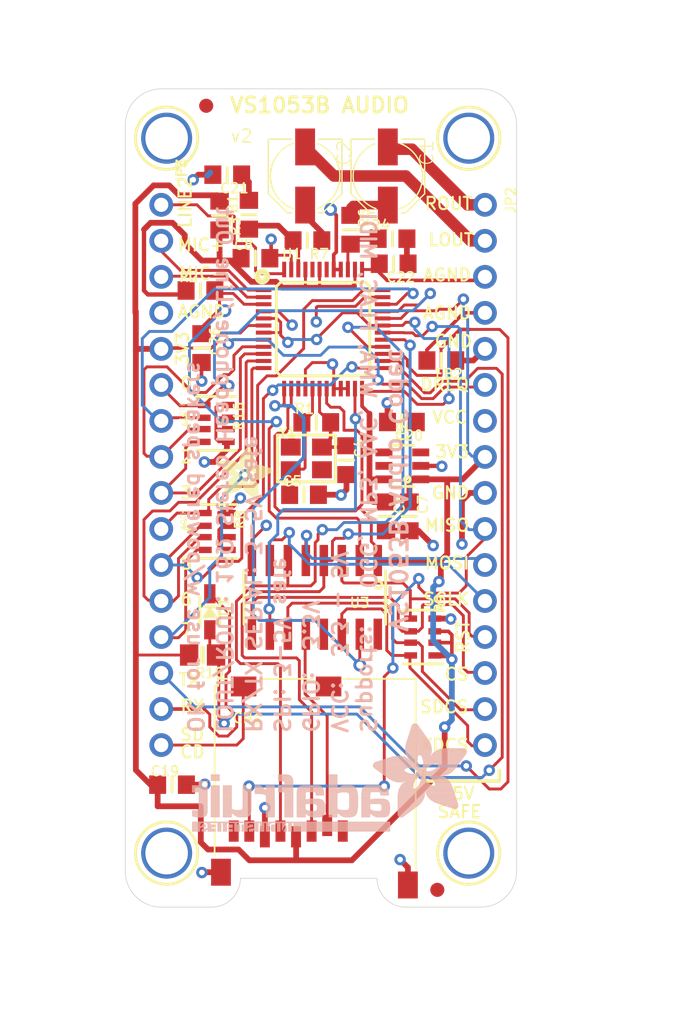
<source format=kicad_pcb>
(kicad_pcb (version 20211014) (generator pcbnew)
  (layers (0 "F.Cu" signal) (31 "B.Cu" signal) (34 "B.Paste" user) (35 "F.Paste" user) (36 "B.SilkS" user "B.Silkscreen") (37 "F.SilkS" user "F.Silkscreen") (38 "B.Mask" user) (39 "F.Mask" user) (44 "Edge.Cuts" user))
  (net 0 "")
  (net 1 "1.8V")
  (net 2 "3.3V")
  (net 3 "GND")
  (net 4 "VIN")
  (net 5 "AVDD")
  (net 6 "AGND")
  (net 7 "N$1")
  (net 8 "N$2")
  (net 9 "GPIO5")
  (net 10 "GPIO0")
  (net 11 "GPIO1")
  (net 12 "GPIO4")
  (net 13 "GPIO2")
  (net 14 "GPIO3")
  (net 15 "GPIO6")
  (net 16 "GPIO7")
  (net 17 "MISO")
  (net 18 "MOSI_3V")
  (net 19 "SCLK_3V")
  (net 20 "TX")
  (net 21 "RX")
  (net 22 "CS_3V")
  (net 23 "MIC_P")
  (net 24 "MIC_N")
  (net 25 "RST_3V")
  (net 26 "DREQ")
  (net 27 "SDCS_3V")
  (net 28 "CLKOUT")
  (net 29 "LEFT")
  (net 30 "RIGHT")
  (net 31 "N$5")
  (net 32 "N$6")
  (net 33 "RIGHT_FILTERED")
  (net 34 "LEFT_FILTERED")
  (net 35 "MOSI_5V")
  (net 36 "CS_5V")
  (net 37 "SDCS_5V")
  (net 38 "XDCS_3V")
  (net 39 "XDCS_5V")
  (net 40 "RST_5V")
  (net 41 "SCLK_5V")
  (net 42 "SD_DETECT")
  (net 43 "RX_5V")
  (net 44 "R_OUT")
  (net 45 "L_OUT")
  (net 46 "LINE2")
  (footprint "_0805MP" (layer "F.Cu") (at 153.5555 86.7171)
    (fp_text reference "R4")
    (fp_text value "20")
  )
  (footprint "RESPACK_4X0603" (layer "F.Cu") (at 141.1097 99.7459 -90)
    (fp_text reference "R16")
    (fp_text value "100K")
  )
  (footprint "_0805MP" (layer "F.Cu") (at 150.3045 102.3367 -90)
    (fp_text reference "C4")
    (fp_text value "10pF")
  )
  (footprint "RESPACK_4X0603" (layer "F.Cu") (at 141.1859 107.3659 -90)
    (fp_text reference "R8")
    (fp_text value "100K")
  )
  (footprint "0805-NO" (layer "F.Cu") (at 140.1445 116.0781 180)
    (fp_text reference "R10")
    (fp_text value "10K")
  )
  (footprint "_0805MP" (layer "F.Cu") (at 140.0683 94.4309 -90)
    (fp_text reference "C26")
    (fp_text value "0.1µF")
  )
  (footprint "_0805MP" (layer "F.Cu") (at 150.5915 86.0861 -90)
    (fp_text reference "R6")
    (fp_text value "100")
  )
  (footprint "_0805MP" (layer "F.Cu") (at 141.883503 82.2031 180)
    (fp_text reference "C21")
    (fp_text value "10nF (0.01uF)")
  )
  (footprint "MICROSD" (layer "F.Cu") (at 141.0415 117.8561)
    (fp_text reference "CN1")
    (fp_text value "2908-05WB-M6")
  )
  (footprint "FIDUCIAL_1MM" (layer "F.Cu") (at 140.3985 77.3431)
    (fp_text reference "FID1" hide)
    (fp_text value "FIDUCIAL\"\"" hide)
  )
  (footprint "_0805MP" (layer "F.Cu") (at 153.0985 106.2991 -90)
    (fp_text reference "C6")
    (fp_text value "10µF")
  )
  (footprint "_0805MP" (layer "F.Cu") (at 137.9855 125.2221)
    (fp_text reference "C19")
    (fp_text value "10µF")
  )
  (footprint "LQFP48" (layer "F.Cu") (at 148.6535 93.0911)
    (fp_text reference "U1")
    (fp_text value "VS1053B")
  )
  (footprint "PANASONIC_C" (layer "F.Cu") (at 153.2255 82.2961 -90)
    (fp_text reference "C1")
    (fp_text value "220uF")
  )
  (footprint "_0805MP" (layer "F.Cu") (at 154.7495 106.2991 -90)
    (fp_text reference "C7")
    (fp_text value "10µF")
  )
  (footprint "MOUNTINGHOLE_3.0_PLATEDTHIN" (layer "F.Cu") (at 158.9405 79.6291)
    (fp_text reference "U$52" hide)
    (fp_text value "MOUNTINGHOLE3.0THIN" hide)
  )
  (footprint "SOT23-6" (layer "F.Cu") (at 154.2495 102.7391 90)
    (fp_text reference "U2")
    (fp_text value "AP7312-1833W6-7")
  )
  (footprint "MOUNTINGHOLE_3.0_PLATEDTHIN" (layer "F.Cu") (at 158.9405 130.0481)
    (fp_text reference "U$51" hide)
    (fp_text value "MOUNTINGHOLE3.0THIN" hide)
  )
  (footprint "MOUNTINGHOLE_3.0_PLATEDTHIN" (layer "F.Cu") (at 137.6045 79.6291)
    (fp_text reference "U$53" hide)
    (fp_text value "MOUNTINGHOLE3.0THIN" hide)
  )
  (footprint "CRYSTAL_3.2X2.5" (layer "F.Cu") (at 147.4717 102.2137)
    (fp_text reference "Y1")
    (fp_text value "ABM8G-12.288MHZ-4Y-T3")
  )
  (footprint "1X16_ROUND" (layer "F.Cu") (at 137.2235 103.3781 -90)
    (fp_text reference "JP3")
    (fp_text value "")
  )
  (footprint "SOIC16" (layer "F.Cu") (at 148.0693 112.0141 180)
    (fp_text reference "U3")
    (fp_text value "74HC4050D")
  )
  (footprint "RESPACK_4X0603" (layer "F.Cu") (at 155.6893 114.8081 -90)
    (fp_text reference "R9")
    (fp_text value "100K")
  )
  (footprint "_0805MP" (layer "F.Cu") (at 143.412503 85.027104 90)
    (fp_text reference "R3")
    (fp_text value "20")
  )
  (footprint "_0805MP" (layer "F.Cu") (at 141.342503 85.084704 -90)
    (fp_text reference "FB1")
    (fp_text value "FERITTE")
  )
  (footprint "_0805MP" (layer "F.Cu") (at 147.3073 104.7751)
    (fp_text reference "C5")
    (fp_text value "10pF")
  )
  (footprint "_0805MP" (layer "F.Cu") (at 157.0013 95.3073 180)
    (fp_text reference "FB2")
    (fp_text value "FERITTE")
  )
  (footprint "SOD-323" (layer "F.Cu") (at 140.6525 113.0301 -90)
    (fp_text reference "D1")
    (fp_text value "1N4148")
  )
  (footprint "PANASONIC_C" (layer "F.Cu") (at 147.3835 82.2961 -90)
    (fp_text reference "C2")
    (fp_text value "220uF")
  )
  (footprint "_0805MP" (layer "F.Cu") (at 153.6353 88.4839 180)
    (fp_text reference "C22")
    (fp_text value "10nF (0.01uF)")
  )
  (footprint "_0805MP" (layer "F.Cu") (at 143.8757 88.0951)
    (fp_text reference "C8")
    (fp_text value "0.1µF")
  )
  (footprint "MOUNTINGHOLE_3.0_PLATEDTHIN" (layer "F.Cu") (at 137.6045 130.0481)
    (fp_text reference "U$50" hide)
    (fp_text value "MOUNTINGHOLE3.0THIN" hide)
  )
  (footprint "_0805MP" (layer "F.Cu") (at 148.1709 99.6697)
    (fp_text reference "R1")
    (fp_text value "1M")
  )
  (footprint "_0805MP" (layer "F.Cu") (at 154.2161 99.6443 180)
    (fp_text reference "C20")
    (fp_text value "10µF")
  )
  (footprint "_0805MP" (layer "F.Cu") (at 147.5475 86.8451 180)
    (fp_text reference "R7")
    (fp_text value "100")
  )
  (footprint "1X16_ROUND" (layer "F.Cu") (at 160.0835 103.3781 -90)
    (fp_text reference "JP2")
    (fp_text value "")
  )
  (footprint "_0805MP" (layer "F.Cu") (at 139.993703 90.3717)
    (fp_text reference "R2")
    (fp_text value "100K")
  )
  (footprint "FIDUCIAL_1MM" (layer "F.Cu") (at 156.7185 132.6391)
    (fp_text reference "FID2" hide)
    (fp_text value "FIDUCIAL\"\"" hide)
  )
  (footprint "ADAFRUIT_3.5MM" (layer "F.Cu") (at 141.2875 105.1561)
    (fp_text reference "U$31" hide)
    (fp_text value "" hide)
  )
  (footprint "ADAFRUIT_TEXT_20MM" (layer "B.Cu") (at 158.9659 128.5241 180)
    (fp_text reference "U$55" hide)
    (fp_text value "" hide)
  )
  (gr_line (start 161.0995 124.9681) (end 161.0995 124.2061) (layer "F.SilkS") (width 0.254))
  (gr_line (start 155.7655 124.9681) (end 161.0995 124.9681) (layer "F.SilkS") (width 0.254))
  (gr_line (start 155.7655 124.2061) (end 155.7655 124.9681) (layer "F.SilkS") (width 0.254))
  (gr_arc (start 159.7787 76.1491) (mid 161.574751 76.893049) (end 162.3187 78.6891) (layer "Edge.Cuts") (width 0.05))
  (gr_arc (start 137.2235 133.8581) (mid 135.427449 133.114151) (end 134.6835 131.3181) (layer "Edge.Cuts") (width 0.05))
  (gr_line (start 134.6835 78.6891) (end 134.6835 131.3181) (layer "Edge.Cuts") (width 0.05))
  (gr_line (start 137.2235 133.8581) (end 140.7795 133.8581) (layer "Edge.Cuts") (width 0.05))
  (gr_line (start 162.3187 131.3181) (end 162.3187 78.6891) (layer "Edge.Cuts") (width 0.05))
  (gr_line (start 154.4955 133.8581) (end 159.7787 133.8581) (layer "Edge.Cuts") (width 0.05))
  (gr_arc (start 154.4955 133.8581) (mid 153.058659 133.262941) (end 152.4635 131.8261) (layer "Edge.Cuts") (width 0.05))
  (gr_arc (start 134.6835 78.6891) (mid 135.427449 76.893049) (end 137.2235 76.1491) (layer "Edge.Cuts") (width 0.05))
  (gr_arc (start 142.8115 131.8261) (mid 142.216341 133.262941) (end 140.7795 133.8581) (layer "Edge.Cuts") (width 0.05))
  (gr_line (start 159.7787 76.1491) (end 137.2235 76.1491) (layer "Edge.Cuts") (width 0.05))
  (gr_line (start 142.8115 131.8261) (end 152.4635 131.8261) (layer "Edge.Cuts") (width 0.05))
  (gr_arc (start 162.3187 131.3181) (mid 161.574751 133.114151) (end 159.7787 133.8581) (layer "Edge.Cuts") (width 0.05))
  (gr_text "Supports:" (at 151.1935 121.6661 -90) (layer "B.SilkS") (effects (font (size 1.0668 1.0668) (thickness 0.2032)) (justify left bottom mirror)))
  (gr_text "3.3V" (at 147.1295 115.8241 -90) (layer "B.SilkS") (effects (font (size 1.0668 1.0668) (thickness 0.2032)) (justify left bottom mirror)))
  (gr_text "SPI: 3-5V safe" (at 145.0975 121.6661 -90) (layer "B.SilkS") (effects (font (size 1.0668 1.0668) (thickness 0.2032)) (justify left bottom mirror)))
  (gr_text "VS1053B Audio Codec" (at 153.2255 114.5541 -90) (layer "B.SilkS") (effects (font (size 1.194816 1.194816) (thickness 0.227584)) (justify left bottom mirror)))
  (gr_text "GPIO:" (at 147.1295 121.6661 -90) (layer "B.SilkS") (effects (font (size 1.0668 1.0668) (thickness 0.2032)) (justify left bottom mirror)))
  (gr_text "3.3 - 5V" (at 149.1615 116.3321 -90) (layer "B.SilkS") (effects (font (size 1.0668 1.0668) (thickness 0.2032)) (justify left bottom mirror)))
  (gr_text "VCC:" (at 149.1615 121.6661 -90) (layer "B.SilkS") (effects (font (size 1.0668 1.0668) (thickness 0.2032)) (justify left bottom mirror)))
  (gr_text "LOUT/ROUT: 16Ω Stereo Headphone/Line Out" (at 141.0335 121.6661 -90) (layer "B.SilkS") (effects (font (size 1.0668 1.0668) (thickness 0.2032)) (justify left bottom mirror)))
  (gr_text "OK for use w/powered speakers" (at 139.0015 121.6661 -90) (layer "B.SilkS") (effects (font (size 1.0668 1.0668) (thickness 0.2032)) (justify left bottom mirror)))
  (gr_text "OGG, MP3, AAC, WMA, FLAC, MIDI" (at 151.1935 111.5061 -90) (layer "B.SilkS") (effects (font (size 1.0668 1.0668) (thickness 0.2032)) (justify left bottom mirror)))
  (gr_text "RX/TX SERIAL: 3-5V safe" (at 143.0655 121.6661 -90) (layer "B.SilkS") (effects (font (size 1.0668 1.0668) (thickness 0.2032)) (justify left bottom mirror)))
  (gr_text "SAFE" (at 156.6545 127.6351) (layer "F.SilkS") (effects (font (size 0.8636 0.8636) (thickness 0.1524)) (justify left bottom)))
  (gr_text "AGND" (at 138.2935 92.381094) (layer "F.SilkS") (effects (font (size 0.8636 0.8636) (thickness 0.1524)) (justify left bottom)))
  (gr_text "LOUT" (at 159.3675 86.2931) (layer "F.SilkS") (effects (font (size 0.8636 0.8636) (thickness 0.1524)) (justify right top)))
  (gr_text "RST" (at 159.0421 116.0527 90) (layer "F.SilkS") (effects (font (size 0.8636 0.8636) (thickness 0.1524)) (justify left bottom)))
  (gr_text "AGND" (at 159.1945 91.4655) (layer "F.SilkS") (effects (font (size 0.8636 0.8636) (thickness 0.1524)) (justify right top)))
  (gr_text "CD" (at 138.4681 123.4187) (layer "F.SilkS") (effects (font (size 0.8636 0.8636) (thickness 0.1524)) (justify left bottom)))
  (gr_text "XDCS" (at 159.0235 121.9301) (layer "F.SilkS") (effects (font (size 0.8636 0.8636) (thickness 0.1524)) (justify right top)))
  (gr_text "AGND" (at 159.1945 88.7731) (layer "F.SilkS") (effects (font (size 0.8636 0.8636) (thickness 0.1524)) (justify right top)))
  (gr_text "GND" (at 159.2707 93.4467) (layer "F.SilkS") (effects (font (size 0.8636 0.8636) (thickness 0.1524)) (justify right top)))
  (gr_text "MIC-" (at 138.3935 89.676094) (layer "F.SilkS") (effects (font (size 0.8636 0.8636) (thickness 0.1524)) (justify left bottom)))
  (gr_text "CS" (at 159.0331 116.9301) (layer "F.SilkS") (effects (font (size 0.8636 0.8636) (thickness 0.1524)) (justify right top)))
  (gr_text "2" (at 138.4935 102.6161) (layer "F.SilkS") (effects (font (size 0.8636 0.8636) (thickness 0.1524)) (justify left bottom)))
  (gr_text "5" (at 138.4935 110.1091) (layer "F.SilkS") (effects (font (size 0.8636 0.8636) (thickness 0.1524)) (justify left bottom)))
  (gr_text "GND" (at 159.0675 104.1401) (layer "F.SilkS") (effects (font (size 0.8636 0.8636) (thickness 0.1524)) (justify right top)))
  (gr_text "MIC+" (at 138.2935 87.663097) (layer "F.SilkS") (effects (font (size 0.8636 0.8636) (thickness 0.1524)) (justify left bottom)))
  (gr_text "VS1053B AUDIO" (at 141.9669 77.9257) (layer "F.SilkS") (effects (font (size 1.0668 1.0668) (thickness 0.2032)) (justify left bottom)))
  (gr_text "SDCS" (at 158.9875 119.2281) (layer "F.SilkS") (effects (font (size 0.8636 0.8636) (thickness 0.1524)) (justify right top)))
  (gr_text "5V" (at 157.6705 126.3651) (layer "F.SilkS") (effects (font (size 0.8636 0.8636) (thickness 0.1524)) (justify left bottom)))
  (gr_text "RX" (at 138.4935 120.1929) (layer "F.SilkS") (effects (font (size 0.8636 0.8636) (thickness 0.1524)) (justify left bottom)))
  (gr_text "VCC" (at 158.9405 98.8061) (layer "F.SilkS") (effects (font (size 0.8636 0.8636) (thickness 0.1524)) (justify right top)))
  (gr_text "7" (at 138.4935 114.8081) (layer "F.SilkS") (effects (font (size 0.8636 0.8636) (thickness 0.1524)) (justify left bottom)))
  (gr_text "v2" (at 142.0495 80.0101) (layer "F.SilkS") (effects (font (size 0.9144 0.9144) (thickness 0.1016)) (justify left bottom)))
  (gr_text "3V3" (at 139.227406 95.751369 90) (layer "F.SilkS") (effects (font (size 0.8636 0.8636) (thickness 0.1524)) (justify left bottom)))
  (gr_text "MISO" (at 159.0675 106.4261) (layer "F.SilkS") (effects (font (size 0.8636 0.8636) (thickness 0.1524)) (justify right top)))
  (gr_text "LINE2" (at 139.415496 86.0521 90) (layer "F.SilkS") (effects (font (size 0.8636 0.8636) (thickness 0.1524)) (justify left bottom)))
  (gr_text "TX" (at 138.3665 118.3387) (layer "F.SilkS") (effects (font (size 0.8636 0.8636) (thickness 0.1524)) (justify left bottom)))
  (gr_text "1" (at 138.4935 99.9491) (layer "F.SilkS") (effects (font (size 0.8636 0.8636) (thickness 0.1524)) (justify left bottom)))
  (gr_text "SCLK" (at 159.0675 111.6331) (layer "F.SilkS") (effects (font (size 0.8636 0.8636) (thickness 0.1524)) (justify right top)))
  (gr_text "SD" (at 138.4681 122.1995) (layer "F.SilkS") (effects (font (size 0.8636 0.8636) (thickness 0.1524)) (justify left bottom)))
  (gr_text "6" (at 138.4935 112.6491) (layer "F.SilkS") (effects (font (size 0.8636 0.8636) (thickness 0.1524)) (justify left bottom)))
  (gr_text "3V3" (at 159.0675 101.2445) (layer "F.SilkS") (effects (font (size 0.8636 0.8636) (thickness 0.1524)) (justify right top)))
  (gr_text "ROUT" (at 159.2675 83.7331) (layer "F.SilkS") (effects (font (size 0.8636 0.8636) (thickness 0.1524)) (justify right top)))
  (gr_text "4" (at 138.4935 107.5691) (layer "F.SilkS") (effects (font (size 0.8636 0.8636) (thickness 0.1524)) (justify left bottom)))
  (gr_text "DREQ" (at 159.0421 96.4947) (layer "F.SilkS") (effects (font (size 0.8636 0.8636) (thickness 0.1524)) (justify right top)))
  (gr_text "0" (at 138.4935 97.4091) (layer "F.SilkS") (effects (font (size 0.8636 0.8636) (thickness 0.1524)) (justify left bottom)))
  (gr_text "MOSI" (at 159.0675 109.0931) (layer "F.SilkS") (effects (font (size 0.8636 0.8636) (thickness 0.1524)) (justify right top)))
  (gr_text "3" (at 138.4935 105.1561) (layer "F.SilkS") (effects (font (size 0.8636 0.8636) (thickness 0.1524)) (justify left bottom)))
  (segment (start 145.3889 92.3411) (end 145.6563 92.6085) (width 0.2032) (layer "F.Cu") (net 1))
  (segment (start 151.0665 91.9481) (end 150.0251 91.9481) (width 0.2032) (layer "F.Cu") (net 1))
  (segment (start 144.4535 93.3411) (end 145.6349 93.3411) (width 0.2032) (layer "F.Cu") (net 1))
  (segment (start 154.2629 92.8411) (end 154.4955 92.6085) (width 0.2032) (layer "F.Cu") (net 1))
  (segment (start 145.6349 93.3411) (end 145.6563 93.3197) (width 0.2032) (layer "F.Cu") (net 1))
  (segment (start 155.3083 98.3997) (end 157.1371 98.3997) (width 0.2032) (layer "F.Cu") (net 1))
  (segment (start 148.1455 93.8277) (end 150.0251 91.9481) (width 0.2032) (layer "F.Cu") (net 1))
  (segment (start 157.1371 98.3997) (end 157.5435 97.9933) (width 0.2032) (layer "F.Cu") (net 1))
  (segment (start 152.8495 92.8371) (end 152.8535 92.8411) (width 0.2032) (layer "F.Cu") (net 1))
  (segment (start 151.4475 97.4853) (end 154.3939 97.4853) (width 0.2032) (layer "F.Cu") (net 1))
  (segment (start 152.9495 103.6891) (end 151.9871 103.6891) (width 0.4064) (layer "F.Cu") (net 1))
  (segment (start 151.9301 103.6321) (end 151.9301 99.0601) (width 0.4064) (layer "F.Cu") (net 1))
  (segment (start 151.9555 92.8371) (end 152.8495 92.8371) (width 0.2032) (layer "F.Cu") (net 1))
  (segment (start 144.4535 92.3411) (end 145.3889 92.3411) (width 0.2032) (layer "F.Cu") (net 1))
  (segment (start 154.4955 92.6085) (end 154.4987 92.6117) (width 0.2032) (layer "F.Cu") (net 1))
  (segment (start 151.4035 98.5335) (end 151.9301 99.0601) (width 0.254) (layer "F.Cu") (net 1))
  (segment (start 148.1963 93.8277) (end 148.1455 93.8277) (width 0.2032) (layer "F.Cu") (net 1))
  (segment (start 154.4987 92.6117) (end 155.1323 92.6117) (width 0.2032) (layer "F.Cu") (net 1))
  (segment (start 152.2095 105.2831) (end 151.9301 105.0037) (width 0.4064) (layer "F.Cu") (net 1))
  (segment (start 154.3939 97.4853) (end 155.3083 98.3997) (width 0.2032) (layer "F.Cu") (net 1))
  (segment (start 151.9301 105.0037) (end 151.9301 103.6321) (width 0.4064) (layer "F.Cu") (net 1))
  (segment (start 151.4035 97.2911) (end 151.4035 97.4413) (width 0.2032) (layer "F.Cu") (net 1))
  (segment (start 151.4035 97.4413) (end 151.4475 97.4853) (width 0.2032) (layer "F.Cu") (net 1))
  (segment (start 151.9871 103.6891) (end 151.9301 103.6321) (width 0.4064) (layer "F.Cu") (net 1))
  (segment (start 154.2629 92.8371) (end 154.2629 92.8411) (width 0.2032) (layer "F.Cu") (net 1))
  (segment (start 145.6563 93.5229) (end 146.1643 94.0309) (width 0.2032) (layer "F.Cu") (net 1))
  (segment (start 151.4035 97.2911) (end 151.4035 98.5335) (width 0.254) (layer "F.Cu") (net 1))
  (segment (start 153.0985 105.2831) (end 152.2095 105.2831) (width 0.4064) (layer "F.Cu") (net 1))
  (segment (start 145.6563 92.6085) (end 145.6563 93.3197) (width 0.2032) (layer "F.Cu") (net 1))
  (segment (start 145.6563 93.3197) (end 145.6563 93.5229) (width 0.2032) (layer "F.Cu") (net 1))
  (segment (start 152.8495 92.8371) (end 154.2629 92.8371) (width 0.2032) (layer "F.Cu") (net 1))
  (segment (start 151.9555 92.8371) (end 151.0665 91.9481) (width 0.2032) (layer "F.Cu") (net 1))
  (via (at 155.1323 92.6117) (size 0.8064) (drill 0.4) (layers "F.Cu" "B.Cu") (net 1))
  (via (at 157.5435 97.9933) (size 0.8064) (drill 0.4) (layers "F.Cu" "B.Cu") (net 1))
  (via (at 146.1643 94.0309) (size 0.8064) (drill 0.4) (layers "F.Cu" "B.Cu") (net 1))
  (via (at 148.1963 93.8277) (size 0.8064) (drill 0.4) (layers "F.Cu" "B.Cu") (net 1))
  (segment (start 155.7835 93.7581) (end 157.5435 93.7581) (width 0.2032) (layer "B.Cu") (net 1))
  (segment (start 157.5435 93.7581) (end 157.5435 97.9933) (width 0.2032) (layer "B.Cu") (net 1))
  (segment (start 148.1963 93.8277) (end 146.3675 93.8277) (width 0.2032) (layer "B.Cu") (net 1))
  (segment (start 155.1323 92.6117) (end 155.1323 93.1069) (width 0.2032) (layer "B.Cu") (net 1))
  (segment (start 155.1323 93.1069) (end 155.7835 93.7581) (width 0.2032) (layer "B.Cu") (net 1))
  (segment (start 146.3675 93.8277) (end 146.1643 94.0309) (width 0.2032) (layer "B.Cu") (net 1))
  (segment (start 137.2235 94.4881) (end 135.601478 94.4881) (width 0.4064) (layer "F.Cu") (net 2))
  (segment (start 156.9685 110.7603) (end 156.8323 110.8965) (width 0.4064) (layer "F.Cu") (net 2))
  (segment (start 151.3967 105.4609) (end 151.1935 105.6641) (width 0.2032) (layer "F.Cu") (net 2))
  (segment (start 145.2499 105.6133) (end 145.2499 100.6349) (width 0.2032) (layer "F.Cu") (net 2))
  (segment (start 145.2499 100.6349) (end 145.4531 100.4317) (width 0.2032) (layer "F.Cu") (net 2))
  (segment (start 154.7495 103.8861) (end 154.7495 105.2831) (width 0.4064) (layer "F.Cu") (net 2))
  (segment (start 157.6895 115.2081) (end 157.7467 115.2653) (width 0.254) (layer "F.Cu") (net 2))
  (segment (start 151.1935 105.6641) (end 150.9395 105.9181) (width 0.2032) (layer "F.Cu") (net 2))
  (segment (start 145.5547 105.9181) (end 150.9395 105.9181) (width 0.2032) (layer "F.Cu") (net 2))
  (segment (start 156.7243 91.8021) (end 156.8323 91.6941) (width 0.2032) (layer "F.Cu") (net 2))
  (segment (start 142.8115 93.3705) (end 141.471168 93.3705) (width 0.2032) (layer "F.Cu") (net 2))
  (segment (start 146.7485 128.9031) (end 146.7415 128.8961) (width 0.4064) (layer "F.Cu") (net 2))
  (segment (start 135.4314 91.8578) (end 135.3947 91.8211) (width 0.4064) (layer "F.Cu") (net 2))
  (segment (start 150.1267 98.9077) (end 150.1267 100.2285) (width 0.2032) (layer "F.Cu") (net 2))
  (segment (start 149.1869 98.6029) (end 149.8219 98.6029) (width 0.2032) (layer "F.Cu") (net 2))
  (segment (start 135.432193 116.0781) (end 135.4314 116.078894) (width 0.2032) (layer "F.Cu") (net 2))
  (segment (start 138.483493 83.6582) (end 141.186 83.6582) (width 0.4064) (layer "F.Cu") (net 2))
  (segment (start 157.4719 116.1081) (end 157.7467 116.3829) (width 0.4064) (layer "F.Cu") (net 2))
  (segment (start 152.4635 108.4835) (end 152.0571 108.0771) (width 0.2032) (layer "F.Cu") (net 2))
  (segment (start 141.471168 93.3705) (end 141.083487 93.758182) (width 0.2032) (layer "F.Cu") (net 2))
  (segment (start 142.6845 129.7941) (end 143.4465 130.5561) (width 0.4064) (layer "F.Cu") (net 2))
  (segment (start 144.4535 92.8411) (end 143.3409 92.8411) (width 0.2032) (layer "F.Cu") (net 2))
  (segment (start 136.9695 126.7461) (end 140.0175 126.7461) (width 0.4064) (layer "F.Cu") (net 2))
  (segment (start 152.5143 109.4141) (end 156.9685 109.4141) (width 0.4064) (layer "F.Cu") (net 2))
  (segment (start 135.4314 116.078894) (end 135.4314 124.192) (width 0.4064) (layer "F.Cu") (net 2))
  (segment (start 151.0411 100.2285) (end 151.3967 100.5841) (width 0.2032) (layer "F.Cu") (net 2))
  (segment (start 157.4165 103.8161) (end 157.5435 103.6891) (width 0.4064) (layer "F.Cu") (net 2))
  (segment (start 157.2387 121.1581) (end 157.2387 124.0029) (width 0.4064) (layer "F.Cu") (net 2))
  (segment (start 145.2499 105.6133) (end 145.5547 105.9181) (width 0.2032) (layer "F.Cu") (net 2))
  (segment (start 155.5495 103.6891) (end 157.5435 103.6891) (width 0.4064) (layer "F.Cu") (net 2))
  (segment (start 156.5393 114.4081) (end 157.4991 114.4081) (width 0.254) (layer "F.Cu") (net 2))
  (segment (start 137.783496 82.958204) (end 138.483493 83.6582) (width 0.4064) (layer "F.Cu") (net 2))
  (segment (start 135.3947 84.247) (end 136.683496 82.958204) (width 0.4064) (layer "F.Cu") (net 2))
  (segment (start 146.1643 98.7045) (end 146.4035 98.4653) (width 0.2032) (layer "F.Cu") (net 2))
  (segment (start 139.1945 116.0781) (end 135.432193 116.0781) (width 0.2032) (layer "F.Cu") (net 2))
  (segment (start 140.0175 129.2861) (end 140.5255 129.7941) (width 0.4064) (layer "F.Cu") (net 2))
  (segment (start 157.8483 91.6941) (end 158.5595 90.9829) (width 0.2032) (layer "F.Cu") (net 2))
  (segment (start 157.7467 114.6557) (end 157.7467 115.2653) (width 0.254) (layer "F.Cu") (net 2))
  (segment (start 135.3947 91.8211) (end 135.3947 84.247) (width 0.4064) (layer "F.Cu") (net 2))
  (segment (start 156.8323 91.6941) (end 157.8483 91.6941) (width 0.2032) (layer "F.Cu") (net 2))
  (segment (start 157.4991 114.4081) (end 157.7467 114.6557) (width 0.254) (layer "F.Cu") (net 2))
  (segment (start 151.3967 100.5841) (end 151.3967 105.4609) (width 0.2032) (layer "F.Cu") (net 2))
  (segment (start 156.5393 115.2081) (end 157.6895 115.2081) (width 0.254) (layer "F.Cu") (net 2))
  (segment (start 154.9465 103.6891) (end 154.7495 103.8861) (width 0.4064) (layer "F.Cu") (net 2))
  (segment (start 155.5495 103.6891) (end 154.9465 103.6891) (width 0.4064) (layer "F.Cu") (net 2))
  (segment (start 140.5255 129.7941) (end 142.6845 129.7941) (width 0.4064) (layer "F.Cu") (net 2))
  (segment (start 156.9685 109.4141) (end 157.4165 108.9661) (width 0.4064) (layer "F.Cu") (net 2))
  (segment (start 154.6923 91.8021) (end 156.7243 91.8021) (width 0.2032) (layer "F.Cu") (net 2))
  (segment (start 152.8535 92.3411) (end 154.1533 92.3411) (width 0.2032) (layer "F.Cu") (net 2))
  (segment (start 156.9685 109.4141) (end 156.9685 110.7603) (width 0.4064) (layer "F.Cu") (net 2))
  (segment (start 145.4531 100.4317) (end 145.9611 100.4317) (width 0.2032) (layer "F.Cu") (net 2))
  (segment (start 152.0571 106.5277) (end 151.1935 105.6641) (width 0.2032) (layer "F.Cu") (net 2))
  (segment (start 141.186 83.6582) (end 141.186 83.9122) (width 0.4064) (layer "F.Cu") (net 2))
  (segment (start 154.1533 92.3411) (end 154.6923 91.8021) (width 0.2032) (layer "F.Cu") (net 2))
  (segment (start 140.755703 94.429297) (end 139.104703 94.429297) (width 0.2032) (layer "F.Cu") (net 2))
  (segment (start 146.4035 97.2911) (end 146.4035 98.4653) (width 0.2032) (layer "F.Cu") (net 2))
  (segment (start 150.1267 100.2285) (end 151.0411 100.2285) (width 0.2032) (layer "F.Cu") (net 2))
  (segment (start 141.083487 94.101513) (end 141.083487 94.158179) (width 0.2032) (layer "F.Cu") (net 2))
  (segment (start 139.104703 94.429297) (end 137.282303 94.429297) (width 0.254) (layer "F.Cu") (net 2))
  (segment (start 148.9035 98.3195) (end 149.1869 98.6029) (width 0.2032) (layer "F.Cu") (net 2))
  (segment (start 140.755703 94.429297) (end 141.083487 94.101513) (width 0.2032) (layer "F.Cu") (net 2))
  (segment (start 157.2387 124.0029) (end 150.6855 130.5561) (width 0.4064) (layer "F.Cu") (net 2))
  (segment (start 143.4465 130.5561) (end 146.6723 130.5561) (width 0.4064) (layer "F.Cu") (net 2))
  (segment (start 148.9035 97.2911) (end 148.9035 98.3195) (width 0.2032) (layer "F.Cu") (net 2))
  (segment (start 157.7467 115.2653) (end 157.7467 116.3829) (width 0.254) (layer "F.Cu") (net 2))
  (segment (start 152.0571 108.0771) (end 152.0571 106.5277) (width 0.2032) (layer "F.Cu") (net 2))
  (segment (start 136.683496 82.958204) (end 137.783496 82.958204) (width 0.4064) (layer "F.Cu") (net 2))
  (segment (start 141.186 83.9122) (end 141.342503 84.068704) (width 0.4064) (layer "F.Cu") (net 2))
  (segment (start 141.083487 93.758182) (end 141.083487 94.101513) (width 0.2032) (layer "F.Cu") (net 2))
  (segment (start 146.1643 100.2285) (end 146.1643 98.7045) (width 0.2032) (layer "F.Cu") (net 2))
  (segment (start 137.282303 94.429297) (end 137.2235 94.4881) (width 0.254) (layer "F.Cu") (net 2))
  (segment (start 158.5025 103.6891) (end 160.0835 102.1081) (width 0.4064) (layer "F.Cu") (net 2))
  (segment (start 143.3409 92.8411) (end 142.8115 93.3705) (width 0.2032) (layer "F.Cu") (net 2))
  (segment (start 146.6723 130.5561) (end 150.6855 130.5561) (width 0.4064) (layer "F.Cu") (net 2))
  (segment (start 152.4635 109.3633) (end 152.5143 109.4141) (width 0.2032) (layer "F.Cu") (net 2))
  (segment (start 135.4314 116.078894) (end 135.4314 94.658179) (width 0.4064) (layer "F.Cu") (net 2))
  (segment (start 146.7485 130.4799) (end 146.7485 128.9031) (width 0.4064) (layer "F.Cu") (net 2))
  (segment (start 152.4635 108.4835) (end 152.4635 109.3633) (width 0.2032) (layer "F.Cu") (net 2))
  (segment (start 145.9611 100.4317) (end 146.1643 100.2285) (width 0.2032) (layer "F.Cu") (net 2))
  (segment (start 156.5393 116.1081) (end 157.4719 116.1081) (width 0.4064) (layer "F.Cu") (net 2))
  (segment (start 136.4615 125.2221) (end 135.4314 124.192) (width 0.4064) (layer "F.Cu") (net 2))
  (segment (start 157.4165 108.9661) (end 157.4165 103.8161) (width 0.4064) (layer "F.Cu") (net 2))
  (segment (start 136.9695 125.2221) (end 136.4615 125.2221) (width 0.4064) (layer "F.Cu") (net 2))
  (segment (start 149.8219 98.6029) (end 150.1267 98.9077) (width 0.2032) (layer "F.Cu") (net 2))
  (segment (start 140.0175 126.7461) (end 140.0175 129.2861) (width 0.4064) (layer "F.Cu") (net 2))
  (segment (start 135.601478 94.4881) (end 135.4314 94.658179) (width 0.4064) (layer "F.Cu") (net 2))
  (segment (start 136.9695 125.2221) (end 136.9695 126.7461) (width 0.4064) (layer "F.Cu") (net 2))
  (segment (start 146.7485 130.4799) (end 146.6723 130.5561) (width 0.4064) (layer "F.Cu") (net 2))
  (segment (start 135.3947 91.9481) (end 135.3947 91.8211) (width 0.4064) (layer "F.Cu") (net 2))
  (segment (start 135.4314 94.658179) (end 135.4314 91.8578) (width 0.4064) (layer "F.Cu") (net 2))
  (segment (start 157.5435 103.6891) (end 158.5025 103.6891) (width 0.4064) (layer "F.Cu") (net 2))
  (via (at 156.8323 110.8965) (size 0.8064) (drill 0.4) (layers "F.Cu" "B.Cu") (net 2))
  (via (at 157.7467 116.3829) (size 0.8064) (drill 0.4) (layers "F.Cu" "B.Cu") (net 2))
  (via (at 157.2387 121.1581) (size 0.8064) (drill 0.4) (layers "F.Cu" "B.Cu") (net 2))
  (via (at 158.5595 90.9829) (size 0.8064) (drill 0.4) (layers "F.Cu" "B.Cu") (net 2))
  (segment (start 159.1691 102.0573) (end 160.0327 102.0573) (width 0.2032) (layer "B.Cu") (net 2))
  (segment (start 158.5595 90.9829) (end 158.5595 92.1005) (width 0.2032) (layer "B.Cu") (net 2))
  (segment (start 157.7467 116.3829) (end 157.7467 120.6501) (width 0.4064) (layer "B.Cu") (net 2))
  (segment (start 158.8643 92.4053) (end 158.8643 101.7525) (width 0.2032) (layer "B.Cu") (net 2))
  (segment (start 157.7467 120.6501) (end 157.2387 121.1581) (width 0.4064) (layer "B.Cu") (net 2))
  (segment (start 158.8643 92.4053) (end 158.5595 92.1005) (width 0.2032) (layer "B.Cu") (net 2))
  (segment (start 156.4259 115.0621) (end 157.7467 116.3829) (width 0.4064) (layer "B.Cu") (net 2))
  (segment (start 160.0327 102.0573) (end 160.0835 102.1081) (width 0.2032) (layer "B.Cu") (net 2))
  (segment (start 158.8643 101.7525) (end 159.1691 102.0573) (width 0.2032) (layer "B.Cu") (net 2))
  (segment (start 156.8323 110.8965) (end 156.4259 111.3029) (width 0.4064) (layer "B.Cu") (net 2))
  (segment (start 156.4259 111.3029) (end 156.4259 115.0621) (width 0.4064) (layer "B.Cu") (net 2))
  (segment (start 141.2875 106.6293) (end 141.2875 106.0197) (width 0.2032) (layer "F.Cu") (net 3))
  (segment (start 159.0167 104.6481) (end 158.4579 105.2069) (width 0.4064) (layer "F.Cu") (net 3))
  (segment (start 140.1173 131.3961) (end 140.0937 131.4197) (width 0.4064) (layer "F.Cu") (net 3))
  (segment (start 149.4035 95.6445) (end 149.3139 95.5549) (width 0.2032) (layer "F.Cu") (net 3))
  (segment (start 140.9827 102.4637) (end 140.2715 102.4637) (width 0.4064) (layer "F.Cu") (net 3))
  (segment (start 148.3233 104.7751) (end 149.8981 104.7751) (width 0.4064) (layer "F.Cu") (net 3))
  (segment (start 142.0541 106.0477) (end 142.0359 106.0659) (width 0.4064) (layer "F.Cu") (net 3))
  (segment (start 140.2969 125.1967) (end 140.2715 125.2221) (width 0.4064) (layer "F.Cu") (net 3))
  (segment (start 148.1709 91.5671) (end 148.1709 92.5831) (width 0.2032) (layer "F.Cu") (net 3))
  (segment (start 150.4035 97.2911) (end 149.9035 97.2911) (width 0.2032) (layer "F.Cu") (net 3))
  (segment (start 147.4035 97.2911) (end 147.4035 95.9413) (width 0.2032) (layer "F.Cu") (net 3))
  (segment (start 158.4579 105.2069) (end 158.4579 108.2549) (width 0.4064) (layer "F.Cu") (net 3))
  (segment (start 141.4953 108.6659) (end 141.2875 108.4581) (width 0.2032) (layer "F.Cu") (net 3))
  (segment (start 141.8597 101.5867) (end 141.8597 101.1459) (width 0.4064) (layer "F.Cu") (net 3))
  (segment (start 154.7495 107.3151) (end 153.0985 107.3151) (width 0.4064) (layer "F.Cu") (net 3))
  (segment (start 142.0359 108.6659) (end 141.4953 108.6659) (width 0.2032) (layer "F.Cu") (net 3))
  (segment (start 141.2875 108.4581) (end 141.2875 107.7469) (width 0.2032) (layer "F.Cu") (net 3))
  (segment (start 141.2413 98.4459) (end 141.0843 98.6029) (width 0.2032) (layer "F.Cu") (net 3))
  (segment (start 153.2001 98.3235) (end 153.1747 98.2981) (width 0.4064) (layer "F.Cu") (net 3))
  (segment (start 142.0359 107.7659) (end 141.3065 107.7659) (width 0.2032) (layer "F.Cu") (net 3))
  (segment (start 141.0843 99.3141) (end 141.0843 100.1269) (width 0.2032) (layer "F.Cu") (net 3))
  (segment (start 154.6415 132.2961) (end 154.6415 131.0577) (width 0.4064) (layer "F.Cu") (net 3))
  (segment (start 141.6241 106.9659) (end 141.2875 106.6293) (width 0.2032) (layer "F.Cu") (net 3))
  (segment (start 141.4415 131.3961) (end 140.1173 131.3961) (width 0.4064) (layer "F.Cu") (net 3))
  (segment (start 149.9035 97.2911) (end 149.4035 97.2911) (width 0.2032) (layer "F.Cu") (net 3))
  (segment (start 141.8597 101.0459) (end 141.8551 101.0413) (width 0.4064) (layer "F.Cu") (net 3))
  (segment (start 151.5893 90.8411) (end 150.9395 91.4909) (width 0.2032) (layer "F.Cu") (net 3))
  (segment (start 157.0061 102.7391) (end 157.0355 102.7685) (width 0.3048) (layer "F.Cu") (net 3))
  (segment (start 141.2875 107.2389) (end 141.5605 106.9659) (width 0.2032) (layer "F.Cu") (net 3))
  (segment (start 142.0541 105.7611) (end 142.0629 105.7699) (width 0.2032) (layer "F.Cu") (net 3))
  (segment (start 142.0541 105.7611) (end 142.8115 105.0037) (width 0.4064) (layer "F.Cu") (net 3))
  (segment (start 141.8597 101.1459) (end 141.9597 101.0459) (width 0.4064) (layer "F.Cu") (net 3))
  (segment (start 141.9897 106.0197) (end 142.0359 106.0659) (width 0.2032) (layer "F.Cu") (net 3))
  (segment (start 144.5415 126.8505) (end 144.5387 126.8477) (width 0.4064) (layer "F.Cu") (net 3))
  (segment (start 149.2123 95.4533) (end 149.3139 95.5549) (width 0.2032) (layer "F.Cu") (net 3))
  (segment (start 141.2875 107.7469) (end 141.2875 107.2389) (width 0.2032) (layer "F.Cu") (net 3))
  (segment (start 150.3045 104.4195) (end 150.3045 103.3527) (width 0.4064) (layer "F.Cu") (net 3))
  (segment (start 158.0173 95.3073) (end 159.2643 95.3073) (width 0.4064) (layer "F.Cu") (net 3))
  (segment (start 155.3845 107.3151) (end 156.4259 108.3565) (width 0.4064) (layer "F.Cu") (net 3))
  (segment (start 141.0843 98.6029) (end 141.0843 99.3141) (width 0.2032) (layer "F.Cu") (net 3))
  (segment (start 148.2471 91.4909) (end 148.1709 91.5671) (width 0.2032) (layer "F.Cu") (net 3))
  (segment (start 147.8915 95.4533) (end 149.2123 95.4533) (width 0.2032) (layer "F.Cu") (net 3))
  (segment (start 153.2001 99.6443) (end 153.2001 98.3235) (width 0.4064) (layer "F.Cu") (net 3))
  (segment (start 142.0359 106.9659) (end 141.5605 106.9659) (width 0.2032) (layer "F.Cu") (net 3))
  (segment (start 141.9597 98.4459) (end 141.2413 98.4459) (width 0.2032) (layer "F.Cu") (net 3))
  (segment (start 159.0167 104.6481) (end 160.0835 104.6481) (width 0.4064) (layer "F.Cu") (net 3))
  (segment (start 157.6405 113.5081) (end 157.6705 113.5381) (width 0.4064) (layer "F.Cu") (net 3))
  (segment (start 140.0683 96.742985) (end 140.08349 96.758175) (width 0.254) (layer "F.Cu") (net 3))
  (segment (start 141.3065 107.7659) (end 141.2875 107.7469) (width 0.2032) (layer "F.Cu") (net 3))
  (segment (start 142.0359 106.9659) (end 141.6241 106.9659) (width 0.2032) (layer "F.Cu") (net 3))
  (segment (start 149.4035 97.2911) (end 149.4035 95.6445) (width 0.2032) (layer "F.Cu") (net 3))
  (segment (start 141.1033 100.1459) (end 141.0843 100.1269) (width 0.2032) (layer "F.Cu") (net 3))
  (segment (start 143.6243 109.4141) (end 143.6243 107.9501) (width 0.2032) (layer "F.Cu") (net 3))
  (segment (start 149.9235 104.8005) (end 150.3045 104.4195) (width 0.4064) (layer "F.Cu") (net 3))
  (segment (start 156.5393 113.5081) (end 157.6405 113.5081) (width 0.4064) (layer "F.Cu") (net 3))
  (segment (start 141.0843 100.8381) (end 141.2875 101.0413) (width 0.2032) (layer "F.Cu") (net 3))
  (segment (start 141.2875 106.0197) (end 141.9897 106.0197) (width 0.2032) (layer "F.Cu") (net 3))
  (segment (start 145.4985 91.8411) (end 146.4691 92.8117) (width 0.2032) (layer "F.Cu") (net 3))
  (segment (start 141.9597 99.3459) (end 141.1161 99.3459) (width 0.2032) (layer "F.Cu") (net 3))
  (segment (start 150.9395 91.4909) (end 148.2471 91.4909) (width 0.2032) (layer "F.Cu") (net 3))
  (segment (start 141.1161 99.3459) (end 141.0843 99.3141) (width 0.2032) (layer "F.Cu") (net 3))
  (segment (start 152.8535 90.8411) (end 151.5893 90.8411) (width 0.2032) (layer "F.Cu") (net 3))
  (segment (start 154.7495 107.3151) (end 155.3845 107.3151) (width 0.4064) (layer "F.Cu") (net 3))
  (segment (start 141.9597 101.0459) (end 141.8597 101.0459) (width 0.4064) (layer "F.Cu") (net 3))
  (segment (start 140.0683 95.4469) (end 140.0683 96.742985) (width 0.254) (layer "F.Cu") (net 3))
  (segment (start 155.5495 102.7391) (end 157.0061 102.7391) (width 0.3048) (layer "F.Cu") (net 3))
  (segment (start 144.5415 128.8961) (end 144.5415 126.8505) (width 0.4064) (layer "F.Cu") (net 3))
  (segment (start 147.4035 95.9413) (end 147.8915 95.4533) (width 0.2032) (layer "F.Cu") (net 3))
  (segment (start 141.9597 100.1459) (end 141.1033 100.1459) (width 0.2032) (layer "F.Cu") (net 3))
  (segment (start 140.2715 125.2221) (end 139.0015 125.2221) (width 0.4064) (layer "F.Cu") (net 3))
  (segment (start 144.4535 91.8411) (end 145.4985 91.8411) (width 0.2032) (layer "F.Cu") (net 3))
  (segment (start 141.0843 100.1269) (end 141.0843 100.8381) (width 0.2032) (layer "F.Cu") (net 3))
  (segment (start 142.0541 105.7611) (end 142.0541 106.0477) (width 0.4064) (layer "F.Cu") (net 3))
  (segment (start 141.8597 101.5867) (end 140.9827 102.4637) (width 0.4064) (layer "F.Cu") (net 3))
  (segment (start 159.2643 95.3073) (end 160.0835 94.4881) (width 0.4064) (layer "F.Cu") (net 3))
  (segment (start 141.2875 101.0413) (end 141.8551 101.0413) (width 0.2032) (layer "F.Cu") (net 3))
  (segment (start 154.6415 131.0577) (end 154.0891 130.5053) (width 0.4064) (layer "F.Cu") (net 3))
  (segment (start 143.6243 107.9501) (end 144.6403 106.9341) (width 0.2032) (layer "F.Cu") (net 3))
  (segment (start 149.8981 104.7751) (end 149.9235 104.8005) (width 0.4064) (layer "F.Cu") (net 3))
  (via (at 156.4259 108.3565) (size 0.8064) (drill 0.4) (layers "F.Cu" "B.Cu") (net 3))
  (via (at 144.6403 106.9341) (size 0.8064) (drill 0.4) (layers "F.Cu" "B.Cu") (net 3))
  (via (at 142.8115 105.0037) (size 0.8064) (drill 0.4) (layers "F.Cu" "B.Cu") (net 3))
  (via (at 149.3139 95.5549) (size 0.8064) (drill 0.4) (layers "F.Cu" "B.Cu") (net 3))
  (via (at 157.6705 113.5381) (size 0.8064) (drill 0.4) (layers "F.Cu" "B.Cu") (net 3))
  (via (at 144.5387 126.8477) (size 0.8064) (drill 0.4) (layers "F.Cu" "B.Cu") (net 3))
  (via (at 154.0891 130.5053) (size 0.8064) (drill 0.4) (layers "F.Cu" "B.Cu") (net 3))
  (via (at 140.2715 102.4637) (size 0.8064) (drill 0.4) (layers "F.Cu" "B.Cu") (net 3))
  (via (at 146.4691 92.8117) (size 0.8064) (drill 0.4) (layers "F.Cu" "B.Cu") (net 3))
  (via (at 158.4579 108.2549) (size 0.8064) (drill 0.4) (layers "F.Cu" "B.Cu") (net 3))
  (via (at 140.2969 125.1967) (size 0.8064) (drill 0.4) (layers "F.Cu" "B.Cu") (net 3))
  (via (at 157.0355 102.7685) (size 0.8064) (drill 0.4) (layers "F.Cu" "B.Cu") (net 3))
  (via (at 149.9235 104.8005) (size 0.8064) (drill 0.4) (layers "F.Cu" "B.Cu") (net 3))
  (via (at 153.1747 98.2981) (size 0.8064) (drill 0.4) (layers "F.Cu" "B.Cu") (net 3))
  (via (at 140.0937 131.4197) (size 0.8064) (drill 0.4) (layers "F.Cu" "B.Cu") (net 3))
  (via (at 148.1709 92.5831) (size 0.8064) (drill 0.4) (layers "F.Cu" "B.Cu") (net 3))
  (via (at 140.08349 96.758175) (size 0.8064) (drill 0.4) (layers "F.Cu" "B.Cu") (net 3))
  (segment (start 136.0043 90.3733) (end 136.0043 86.066097) (width 0.3048) (layer "F.Cu") (net 5))
  (segment (start 138.88349 87.058194) (end 138.88349 86.458091) (width 0.4064) (layer "F.Cu") (net 5))
  (segment (start 141.342503 86.100704) (end 141.342503 88.217207) (width 0.4064) (layer "F.Cu") (net 5))
  (segment (start 145.345987 89.758188) (end 143.583481 89.758188) (width 0.4064) (layer "F.Cu") (net 5))
  (segment (start 143.583481 89.758188) (end 142.083484 88.258191) (width 0.4064) (layer "F.Cu") (net 5))
  (segment (start 136.0043 86.066097) (end 136.4758 85.594594) (width 0.4064) (layer "F.Cu") (net 5))
  (segment (start 150.9035 88.8911) (end 150.9035 90.0029) (width 0.2032) (layer "F.Cu") (net 5))
  (segment (start 142.083484 88.258191) (end 141.383487 88.258191) (width 0.4064) (layer "F.Cu") (net 5))
  (segment (start 142.696609 88.258191) (end 142.8597 88.258191) (width 0.2032) (layer "F.Cu") (net 5))
  (segment (start 147.4035 88.8911) (end 147.4035 90.1501) (width 0.2032) (layer "F.Cu") (net 5))
  (segment (start 140.083487 88.258191) (end 138.88349 87.058194) (width 0.4064) (layer "F.Cu") (net 5))
  (segment (start 148.5011 90.1701) (end 150.7363 90.1701) (width 0.4064) (layer "F.Cu") (net 5))
  (segment (start 150.7363 90.1701) (end 150.8379 90.0685) (width 0.4064) (layer "F.Cu") (net 5))
  (segment (start 138.7729 90.2717) (end 138.877703 90.2717) (width 0.254) (layer "F.Cu") (net 5))
  (segment (start 147.4035 90.1501) (end 147.3835 90.1701) (width 0.2032) (layer "F.Cu") (net 5))
  (segment (start 142.083484 88.258191) (end 142.396609 88.258191) (width 0.4064) (layer "F.Cu") (net 5))
  (segment (start 150.9035 90.0029) (end 150.8379 90.0685) (width 0.2032) (layer "F.Cu") (net 5))
  (segment (start 145.7579 90.1701) (end 147.3835 90.1701) (width 0.4064) (layer "F.Cu") (net 5))
  (segment (start 141.383487 88.258191) (end 140.083487 88.258191) (width 0.4064) (layer "F.Cu") (net 5))
  (segment (start 147.3835 90.1701) (end 148.5011 90.1701) (width 0.4064) (layer "F.Cu") (net 5))
  (segment (start 141.342503 88.217207) (end 141.383487 88.258191) (width 0.4064) (layer "F.Cu") (net 5))
  (segment (start 138.3919 90.6527) (end 136.2837 90.6527) (width 0.3048) (layer "F.Cu") (net 5))
  (segment (start 138.88349 86.458091) (end 138.019993 85.594594) (width 0.4064) (layer "F.Cu") (net 5))
  (segment (start 145.7579 90.1701) (end 145.345987 89.758188) (width 0.4064) (layer "F.Cu") (net 5))
  (segment (start 142.396609 88.258191) (end 142.696609 88.258191) (width 0.254) (layer "F.Cu") (net 5))
  (segment (start 138.3919 90.6527) (end 138.7729 90.2717) (width 0.2032) (layer "F.Cu") (net 5))
  (segment (start 148.4035 90.0725) (end 148.5011 90.1701) (width 0.2032) (layer "F.Cu") (net 5))
  (segment (start 138.877703 90.2717) (end 138.977703 90.3717) (width 0.254) (layer "F.Cu") (net 5))
  (segment (start 148.4035 88.8911) (end 148.4035 90.0725) (width 0.2032) (layer "F.Cu") (net 5))
  (segment (start 142.8597 88.258191) (end 142.8597 88.0951) (width 0.2032) (layer "F.Cu") (net 5))
  (segment (start 136.2837 90.6527) (end 136.0043 90.3733) (width 0.3048) (layer "F.Cu") (net 5))
  (segment (start 136.4758 85.594594) (end 138.019993 85.594594) (width 0.4064) (layer "F.Cu") (net 5))
  (segment (start 146.4035 88.8911) (end 146.4035 87.9201) (width 0.2032) (layer "F.Cu") (net 6))
  (segment (start 159.833412 89.658188) (end 160.0835 89.4081) (width 0.254) (layer "F.Cu") (net 6))
  (segment (start 158.5935 91.9481) (end 160.0835 91.9481) (width 0.254) (layer "F.Cu") (net 6))
  (segment (start 155.9853 94.5563) (end 158.5935 91.9481) (width 0.254) (layer "F.Cu") (net 6))
  (segment (start 153.183462 89.658188) (end 159.833412 89.658188) (width 0.254) (layer "F.Cu") (net 6))
  (segment (start 155.9853 95.3073) (end 155.9853 94.5563) (width 0.254) (layer "F.Cu") (net 6))
  (segment (start 149.4035 88.8911) (end 149.4035 87.838166) (width 0.254) (layer "F.Cu") (net 6))
  (segment (start 152.4833 88.8911) (end 152.6193 89.0271) (width 0.2032) (layer "F.Cu") (net 6))
  (segment (start 146.4035 87.9201) (end 146.3675 87.8841) (width 0.2032) (layer "F.Cu") (net 6))
  (segment (start 149.4035 87.838166) (end 149.583471 87.658194) (width 0.254) (layer "F.Cu") (net 6))
  (segment (start 149.583471 85.058197) (end 149.183471 84.658197) (width 0.254) (layer "F.Cu") (net 6))
  (segment (start 152.6193 89.0271) (end 152.6193 88.4839) (width 0.254) (layer "F.Cu") (net 6))
  (segment (start 145.328606 87.658194) (end 145.245043 87.741757) (width 0.254) (layer "F.Cu") (net 6))
  (segment (start 145.1027 87.8841) (end 144.8917 88.0951) (width 0.2032) (layer "F.Cu") (net 6))
  (segment (start 149.4035 88.8911) (end 149.9035 88.8911) (width 0.254) (layer "F.Cu") (net 6))
  (segment (start 140.867503 82.2031) (end 139.838593 82.2031) (width 0.4064) (layer "F.Cu") (net 6))
  (segment (start 144.983478 88.003322) (end 144.8917 88.0951) (width 0.254) (layer "F.Cu") (net 6))
  (segment (start 149.583471 87.658194) (end 149.583471 85.058197) (width 0.254) (layer "F.Cu") (net 6))
  (segment (start 151.4035 88.8911) (end 152.4833 88.8911) (width 0.2032) (layer "F.Cu") (net 6))
  (segment (start 152.6193 89.094025) (end 153.183462 89.658188) (width 0.254) (layer "F.Cu") (net 6))
  (segment (start 146.3675 87.8841) (end 145.1027 87.8841) (width 0.2032) (layer "F.Cu") (net 6))
  (segment (start 145.228606 87.741757) (end 145.245043 87.741757) (width 0.254) (layer "F.Cu") (net 6))
  (segment (start 145.245043 87.741757) (end 144.983478 88.003322) (width 0.254) (layer "F.Cu") (net 6))
  (segment (start 139.838593 82.2031) (end 139.48349 82.558204) (width 0.4064) (layer "F.Cu") (net 6))
  (segment (start 144.983478 88.003322) (end 144.983478 86.758194) (width 0.254) (layer "F.Cu") (net 6))
  (segment (start 152.6193 89.094025) (end 152.6193 89.0271) (width 0.254) (layer "F.Cu") (net 6))
  (via (at 149.183471 84.658197) (size 0.9064) (drill 0.5) (layers "F.Cu" "B.Cu") (net 6))
  (via (at 139.48349 82.558204) (size 0.8064) (drill 0.4) (layers "F.Cu" "B.Cu") (net 6))
  (via (at 144.983478 86.758194) (size 0.8064) (drill 0.4) (layers "F.Cu" "B.Cu") (net 6))
  (segment (start 149.283475 84.658197) (end 149.383471 84.5582) (width 0.254) (layer "B.Cu") (net 6))
  (segment (start 140.683487 82.058204) (end 140.483487 82.258204) (width 0.4064) (layer "B.Cu") (net 6))
  (segment (start 149.183471 84.658197) (end 149.283475 84.658197) (width 0.254) (layer "B.Cu") (net 6))
  (segment (start 147.2819 102.9717) (end 146.4137 102.9717) (width 0.2032) (layer "F.Cu") (net 7))
  (segment (start 147.3835 100.0253) (end 147.1549 99.7967) (width 0.2032) (layer "F.Cu") (net 7))
  (segment (start 146.4137 102.9717) (end 146.3717 103.0137) (width 0.2032) (layer "F.Cu") (net 7))
  (segment (start 146.3121 104.7543) (end 146.2913 104.7751) (width 0.2032) (layer "F.Cu") (net 7))
  (segment (start 147.2311 99.6697) (end 147.1549 99.6697) (width 0.2032) (layer "F.Cu") (net 7))
  (segment (start 147.3835 102.8701) (end 147.2819 102.9717) (width 0.2032) (layer "F.Cu") (net 7))
  (segment (start 147.9035 97.2911) (end 147.9035 98.9973) (width 0.2032) (layer "F.Cu") (net 7))
  (segment (start 147.3835 100.0253) (end 147.3835 102.8701) (width 0.2032) (layer "F.Cu") (net 7))
  (segment (start 147.1549 99.6697) (end 146.9263 99.6697) (width 0.2032) (layer "F.Cu") (net 7))
  (segment (start 147.1549 99.7967) (end 147.1549 99.6697) (width 0.2032) (layer "F.Cu") (net 7))
  (segment (start 146.2913 103.0941) (end 146.3717 103.0137) (width 0.2032) (layer "F.Cu") (net 7))
  (segment (start 146.2913 104.7751) (end 146.2913 103.0941) (width 0.2032) (layer "F.Cu") (net 7))
  (segment (start 147.9035 98.9973) (end 147.2311 99.6697) (width 0.2032) (layer "F.Cu") (net 7))
  (segment (start 149.1361 99.6697) (end 149.1869 99.6697) (width 0.2032) (layer "F.Cu") (net 8))
  (segment (start 150.3045 101.4137) (end 148.5717 101.4137) (width 0.254) (layer "F.Cu") (net 8))
  (segment (start 148.4035 98.9371) (end 149.1361 99.6697) (width 0.2032) (layer "F.Cu") (net 8))
  (segment (start 150.3045 101.3207) (end 150.3045 101.4137) (width 0.254) (layer "F.Cu") (net 8))
  (segment (start 149.1869 100.7985) (end 148.5717 101.4137) (width 0.254) (layer "F.Cu") (net 8))
  (segment (start 148.4035 97.2911) (end 148.4035 98.9371) (width 0.2032) (layer "F.Cu") (net 8))
  (segment (start 149.1869 99.6697) (end 149.1869 100.7985) (width 0.254) (layer "F.Cu") (net 8))
  (segment (start 142.9131 106.3245) (end 142.9131 109.2455) (width 0.2032) (layer "F.Cu") (net 9))
  (segment (start 140.3359 106.9659) (end 139.9857 106.9659) (width 0.2032) (layer "F.Cu") (net 9))
  (segment (start 150.7685 95.8411) (end 152.8535 95.8411) (width 0.2032) (layer "F.Cu") (net 9))
  (segment (start 142.9131 106.3245) (end 144.4371 104.8005) (width 0.2032) (layer "F.Cu") (net 9))
  (segment (start 142.6845 109.4741) (end 141.2875 109.4741) (width 0.2032) (layer "F.Cu") (net 9))
  (segment (start 144.4371 97.9933) (end 145.0213 97.4091) (width 0.2032) (layer "F.Cu") (net 9))
  (segment (start 142.9131 109.2455) (end 142.6845 109.4741) (width 0.2032) (layer "F.Cu") (net 9))
  (segment (start 141.2875 109.4741) (end 140.1445 110.6171) (width 0.2032) (layer "F.Cu") (net 9))
  (segment (start 139.9857 106.9659) (end 137.2235 109.7281) (width 0.2032) (layer "F.Cu") (net 9))
  (segment (start 140.1445 110.6171) (end 139.7635 110.6171) (width 0.2032) (layer "F.Cu") (net 9))
  (segment (start 150.6855 95.7581) (end 150.7685 95.8411) (width 0.2032) (layer "F.Cu") (net 9))
  (segment (start 144.4371 104.8005) (end 144.4371 97.9933) (width 0.2032) (layer "F.Cu") (net 9))
  (segment (start 145.0213 97.4091) (end 145.0975 97.4091) (width 0.2032) (layer "F.Cu") (net 9))
  (via (at 139.7635 110.6171) (size 0.8064) (drill 0.4) (layers "F.Cu" "B.Cu") (net 9))
  (via (at 150.6855 95.7581) (size 0.8064) (drill 0.4) (layers "F.Cu" "B.Cu") (net 9))
  (via (at 145.0975 97.4091) (size 0.8064) (drill 0.4) (layers "F.Cu" "B.Cu") (net 9))
  (segment (start 145.4785 97.0281) (end 149.1615 97.0281) (width 0.2032) (layer "B.Cu") (net 9))
  (segment (start 150.4315 95.7581) (end 150.6855 95.7581) (width 0.2032) (layer "B.Cu") (net 9))
  (segment (start 149.1615 97.0281) (end 150.4315 95.7581) (width 0.2032) (layer "B.Cu") (net 9))
  (segment (start 138.8745 109.7281) (end 139.7635 110.6171) (width 0.2032) (layer "B.Cu") (net 9))
  (segment (start 145.0975 97.4091) (end 145.4785 97.0281) (width 0.2032) (layer "B.Cu") (net 9))
  (segment (start 138.8745 109.7281) (end 137.2235 109.7281) (width 0.2032) (layer "B.Cu") (net 9))
  (segment (start 137.2235 97.0281) (end 137.2235 97.1805) (width 0.2032) (layer "F.Cu") (net 10))
  (segment (start 156.2227 90.5765) (end 155.4067 91.3925) (width 0.2032) (layer "F.Cu") (net 10))
  (segment (start 154.3907 91.3925) (end 153.9421 91.8411) (width 0.2032) (layer "F.Cu") (net 10))
  (segment (start 155.4067 91.3925) (end 154.3907 91.3925) (width 0.2032) (layer "F.Cu") (net 10))
  (segment (start 141.736303 97.069297) (end 141.9987 97.069297) (width 0.254) (layer "F.Cu") (net 10))
  (segment (start 137.2235 97.1805) (end 138.5443 98.5013) (width 0.2032) (layer "F.Cu") (net 10))
  (segment (start 140.3043 98.5013) (end 140.3043 98.4905) (width 0.2032) (layer "F.Cu") (net 10))
  (segment (start 140.3043 98.4905) (end 140.2597 98.4459) (width 0.2032) (layer "F.Cu") (net 10))
  (segment (start 152.8535 91.8411) (end 153.9421 91.8411) (width 0.2032) (layer "F.Cu") (net 10))
  (segment (start 138.5443 98.5013) (end 140.3043 98.5013) (width 0.2032) (layer "F.Cu") (net 10))
  (segment (start 141.736303 97.069297) (end 141.636303 97.069297) (width 0.2032) (layer "F.Cu") (net 10))
  (segment (start 141.636303 97.069297) (end 140.2597 98.4459) (width 0.2032) (layer "F.Cu") (net 10))
  (via (at 141.9987 97.069297) (size 0.8064) (drill 0.4) (layers "F.Cu" "B.Cu") (net 10))
  (via (at 156.2227 90.5765) (size 0.8064) (drill 0.4) (layers "F.Cu" "B.Cu") (net 10))
  (segment (start 140.9827 93.9261) (end 141.550618 93.358182) (width 0.2032) (layer "B.Cu") (net 10))
  (segment (start 155.0035 91.7957) (end 144.245965 91.7957) (width 0.2032) (layer "B.Cu") (net 10))
  (segment (start 141.550618 93.358182) (end 142.683484 93.358182) (width 0.2032) (layer "B.Cu") (net 10))
  (segment (start 140.9827 96.5105) (end 140.9827 93.9261) (width 0.2032) (layer "B.Cu") (net 10))
  (segment (start 142.683484 93.358182) (end 144.245965 91.7957) (width 0.2032) (layer "B.Cu") (net 10))
  (segment (start 141.5415 97.0693) (end 140.9827 96.5105) (width 0.2032) (layer "B.Cu") (net 10))
  (segment (start 141.5415 97.0693) (end 141.541503 97.069297) (width 0.254) (layer "B.Cu") (net 10))
  (segment (start 141.541503 97.069297) (end 141.9987 97.069297) (width 0.254) (layer "B.Cu") (net 10))
  (segment (start 156.2227 90.5765) (end 155.0035 91.7957) (width 0.2032) (layer "B.Cu") (net 10))
  (segment (start 140.2597 99.3459) (end 137.4457 99.3459) (width 0.2032) (layer "F.Cu") (net 11))
  (segment (start 152.8535 91.3411) (end 153.8325 91.3411) (width 0.2032) (layer "F.Cu") (net 11))
  (segment (start 137.2425 99.5491) (end 137.2235 99.5681) (width 0.2032) (layer "F.Cu") (net 11))
  (segment (start 154.5971 90.5765) (end 153.8325 91.3411) (width 0.2032) (layer "F.Cu") (net 11))
  (segment (start 137.4457 99.3459) (end 137.2235 99.5681) (width 0.2032) (layer "F.Cu") (net 11))
  (segment (start 155.0035 90.5765) (end 154.5971 90.5765) (width 0.2032) (layer "F.Cu") (net 11))
  (via (at 155.0035 90.5765) (size 0.8064) (drill 0.4) (layers "F.Cu" "B.Cu") (net 11))
  (segment (start 135.883496 98.458172) (end 136.993425 99.5681) (width 0.2032) (layer "B.Cu") (net 11))
  (segment (start 137.985012 93.258182) (end 136.383496 93.258182) (width 0.2032) (layer "B.Cu") (net 11))
  (segment (start 140.985009 90.258188) (end 154.685187 90.258188) (width 0.2032) (layer "B.Cu") (net 11))
  (segment (start 138.347503 92.895691) (end 137.985012 93.258182) (width 0.2032) (layer "B.Cu") (net 11))
  (segment (start 154.9019 90.6781) (end 155.0035 90.5765) (width 0.2032) (layer "B.Cu") (net 11))
  (segment (start 136.383496 93.258182) (end 135.883496 93.758182) (width 0.2032) (layer "B.Cu") (net 11))
  (segment (start 135.883496 93.758182) (end 135.883496 98.458172) (width 0.2032) (layer "B.Cu") (net 11))
  (segment (start 138.347503 92.895691) (end 140.985009 90.258188) (width 0.2032) (layer "B.Cu") (net 11))
  (segment (start 136.993425 99.5681) (end 137.2235 99.5681) (width 0.2032) (layer "B.Cu") (net 11))
  (segment (start 154.685187 90.258188) (end 155.0035 90.5765) (width 0.2032) (layer "B.Cu") (net 11))
  (segment (start 144.0307 103.8861) (end 143.7259 104.1909) (width 0.2032) (layer "F.Cu") (net 12))
  (segment (start 140.5763 105.8255) (end 140.3359 106.0659) (width 0.2032) (layer "F.Cu") (net 12))
  (segment (start 144.0307 97.055354) (end 144.0307 103.8861) (width 0.2032) (layer "F.Cu") (net 12))
  (segment (start 140.5763 105.1053) (end 140.5763 105.8255) (width 0.2032) (layer "F.Cu") (net 12))
  (segment (start 138.3457 106.0659) (end 140.3359 106.0659) (width 0.2032) (layer "F.Cu") (net 12))
  (segment (start 147.2819 91.6941) (end 147.2819 94.4627) (width 0.2032) (layer "F.Cu") (net 12))
  (segment (start 152.8535 90.3411) (end 151.4797 90.3411) (width 0.2032) (layer "F.Cu") (net 12))
  (segment (start 144.692953 96.3931) (end 145.3515 96.3931) (width 0.2032) (layer "F.Cu") (net 12))
  (segment (start 143.7259 104.1909) (end 141.4907 104.1909) (width 0.2032) (layer "F.Cu") (net 12))
  (segment (start 147.8915 91.0845) (end 147.2819 91.6941) (width 0.2032) (layer "F.Cu") (net 12))
  (segment (start 138.3457 106.0659) (end 137.2235 107.1881) (width 0.2032) (layer "F.Cu") (net 12))
  (segment (start 151.4797 90.3411) (end 150.7363 91.0845) (width 0.2032) (layer "F.Cu") (net 12))
  (segment (start 141.4907 104.1909) (end 140.5763 105.1053) (width 0.2032) (layer "F.Cu") (net 12))
  (segment (start 144.0307 97.055354) (end 144.692953 96.3931) (width 0.2032) (layer "F.Cu") (net 12))
  (segment (start 145.3515 96.3931) (end 147.2819 94.4627) (width 0.2032) (layer "F.Cu") (net 12))
  (segment (start 150.7363 91.0845) (end 147.8915 91.0845) (width 0.2032) (layer "F.Cu") (net 12))
  (segment (start 142.3543 95.953297) (end 142.001903 96.305697) (width 0.2032) (layer "F.Cu") (net 13))
  (segment (start 136.2075 95.7581) (end 136.0043 95.9613) (width 0.2032) (layer "F.Cu") (net 13))
  (segment (start 137.1727 102.0573) (end 137.2235 102.1081) (width 0.2032) (layer "F.Cu") (net 13))
  (segment (start 136.0043 101.8541) (end 136.2075 102.0573) (width 0.2032) (layer "F.Cu") (net 13))
  (segment (start 136.0043 95.9613) (end 136.0043 101.8541) (width 0.2032) (layer "F.Cu") (net 13))
  (segment (start 139.436296 97.562897) (end 140.3827 97.562897) (width 0.2032) (layer "F.Cu") (net 13))
  (segment (start 139.1857 100.1459) (end 137.2235 102.1081) (width 0.2032) (layer "F.Cu") (net 13))
  (segment (start 140.2597 100.1459) (end 139.1857 100.1459) (width 0.2032) (layer "F.Cu") (net 13))
  (segment (start 142.3543 94.9453) (end 142.3543 95.953297) (width 0.2032) (layer "F.Cu") (net 13))
  (segment (start 141.639903 96.305697) (end 140.3827 97.562897) (width 0.2032) (layer "F.Cu") (net 13))
  (segment (start 142.001903 96.305697) (end 141.639903 96.305697) (width 0.2032) (layer "F.Cu") (net 13))
  (segment (start 144.4535 94.3411) (end 142.9585 94.3411) (width 0.2032) (layer "F.Cu") (net 13))
  (segment (start 136.2075 102.0573) (end 137.1727 102.0573) (width 0.2032) (layer "F.Cu") (net 13))
  (segment (start 137.6315 95.7581) (end 139.436296 97.562897) (width 0.2032) (layer "F.Cu") (net 13))
  (segment (start 137.6315 95.7581) (end 136.2075 95.7581) (width 0.2032) (layer "F.Cu") (net 13))
  (segment (start 142.9585 94.3411) (end 142.3543 94.9453) (width 0.2032) (layer "F.Cu") (net 13))
  (segment (start 144.4535 94.8411) (end 143.1189 94.8411) (width 0.2032) (layer "F.Cu") (net 14))
  (segment (start 140.2597 101.0459) (end 139.3525 101.0459) (width 0.2032) (layer "F.Cu") (net 14))
  (segment (start 139.3525 101.0459) (end 138.9507 101.4477) (width 0.2032) (layer "F.Cu") (net 14))
  (segment (start 138.9507 101.4477) (end 138.9507 102.9209) (width 0.2032) (layer "F.Cu") (net 14))
  (segment (start 142.8115 95.1485) (end 142.8115 101.5493) (width 0.2032) (layer "F.Cu") (net 14))
  (segment (start 138.9507 102.9209) (end 137.2235 104.6481) (width 0.2032) (layer "F.Cu") (net 14))
  (segment (start 139.7127 104.6481) (end 137.2235 104.6481) (width 0.2032) (layer "F.Cu") (net 14))
  (segment (start 143.1189 94.8411) (end 142.8115 95.1485) (width 0.2032) (layer "F.Cu") (net 14))
  (segment (start 142.8115 101.5493) (end 139.7127 104.6481) (width 0.2032) (layer "F.Cu") (net 14))
  (segment (start 137.2743 104.6989) (end 137.2235 104.6481) (width 0.2032) (layer "B.Cu") (net 14))
  (segment (start 137.1727 112.2173) (end 137.2235 112.2681) (width 0.2032) (layer "F.Cu") (net 15))
  (segment (start 136.3091 112.2173) (end 137.1727 112.2173) (width 0.2032) (layer "F.Cu") (net 15))
  (segment (start 138.4427 109.2709) (end 138.4427 111.9125) (width 0.2032) (layer "F.Cu") (net 15))
  (segment (start 138.4427 105.3085) (end 137.8331 105.9181) (width 0.2032) (layer "F.Cu") (net 15))
  (segment (start 136.6139 105.9181) (end 136.0043 106.5277) (width 0.2032) (layer "F.Cu") (net 15))
  (segment (start 140.3359 107.7659) (end 139.9477 107.7659) (width 0.2032) (layer "F.Cu") (net 15))
  (segment (start 136.0043 106.5277) (end 136.0043 111.9125) (width 0.2032) (layer "F.Cu") (net 15))
  (segment (start 143.3301 95.3411) (end 143.2179 95.4533) (width 0.2032) (layer "F.Cu") (net 15))
  (segment (start 137.2743 112.3189) (end 137.2235 112.2681) (width 0.2032) (layer "F.Cu") (net 15))
  (segment (start 139.9477 107.7659) (end 138.4427 109.2709) (width 0.2032) (layer "F.Cu") (net 15))
  (segment (start 143.2179 95.4533) (end 143.2179 101.7525) (width 0.2032) (layer "F.Cu") (net 15))
  (segment (start 137.8331 105.9181) (end 136.6139 105.9181) (width 0.2032) (layer "F.Cu") (net 15))
  (segment (start 138.0363 112.3189) (end 137.2743 112.3189) (width 0.2032) (layer "F.Cu") (net 15))
  (segment (start 139.6619 105.3085) (end 143.2179 101.7525) (width 0.2032) (layer "F.Cu") (net 15))
  (segment (start 144.4535 95.3411) (end 143.3301 95.3411) (width 0.2032) (layer "F.Cu") (net 15))
  (segment (start 136.0043 111.9125) (end 136.3091 112.2173) (width 0.2032) (layer "F.Cu") (net 15))
  (segment (start 139.6619 105.3085) (end 138.4427 105.3085) (width 0.2032) (layer "F.Cu") (net 15))
  (segment (start 138.4427 111.9125) (end 138.0363 112.3189) (width 0.2032) (layer "F.Cu") (net 15))
  (segment (start 143.6243 95.9613) (end 143.6243 102.8701) (width 0.2032) (layer "F.Cu") (net 16))
  (segment (start 139.7589 108.6659) (end 140.3359 108.6659) (width 0.2032) (layer "F.Cu") (net 16))
  (segment (start 138.4427 114.8589) (end 137.2743 114.8589) (width 0.2032) (layer "F.Cu") (net 16))
  (segment (start 144.4535 95.8411) (end 143.7445 95.8411) (width 0.2032) (layer "F.Cu") (net 16))
  (segment (start 143.6243 102.8701) (end 143.1163 103.3781) (width 0.2032) (layer "F.Cu") (net 16))
  (segment (start 138.9507 114.3509) (end 138.4427 114.8589) (width 0.2032) (layer "F.Cu") (net 16))
  (segment (start 139.7589 108.6659) (end 138.9507 109.4741) (width 0.2032) (layer "F.Cu") (net 16))
  (segment (start 138.9507 109.4741) (end 138.9507 114.3509) (width 0.2032) (layer "F.Cu") (net 16))
  (segment (start 143.7445 95.8411) (end 143.6243 95.9613) (width 0.2032) (layer "F.Cu") (net 16))
  (segment (start 137.2743 114.8589) (end 137.2235 114.8081) (width 0.2032) (layer "F.Cu") (net 16))
  (via (at 143.1163 103.3781) (size 0.8064) (drill 0.4) (layers "F.Cu" "B.Cu") (net 16))
  (segment (start 137.8585 114.8081) (end 137.2235 114.8081) (width 0.2032) (layer "B.Cu") (net 16))
  (segment (start 141.4907 105.0037) (end 141.4907 109.0677) (width 0.2032) (layer "B.Cu") (net 16))
  (segment (start 141.4907 109.0677) (end 140.5763 109.9821) (width 0.2032) (layer "B.Cu") (net 16))
  (segment (start 140.6525 112.0141) (end 137.8585 114.8081) (width 0.2032) (layer "B.Cu") (net 16))
  (segment (start 140.6525 110.0583) (end 140.6525 112.0141) (width 0.2032) (layer "B.Cu") (net 16))
  (segment (start 140.5763 109.9821) (end 140.6525 110.0583) (width 0.2032) (layer "B.Cu") (net 16))
  (segment (start 143.1163 103.3781) (end 141.4907 105.0037) (width 0.2032) (layer "B.Cu") (net 16))
  (segment (start 158.7627 111.2013) (end 158.7627 109.1693) (width 0.2032) (layer "F.Cu") (net 17))
  (segment (start 154.3725 93.3411) (end 154.3895 93.3581) (width 0.2032) (layer "F.Cu") (net 17))
  (segment (start 155.4099 111.3029) (end 155.8163 111.7093) (width 0.2032) (layer "F.Cu") (net 17))
  (segment (start 143.4415 125.3441) (end 143.4211 125.3237) (width 0.2032) (layer "F.Cu") (net 17))
  (segment (start 159.9819 107.2897) (end 160.0835 107.1881) (width 0.2032) (layer "F.Cu") (net 17))
  (segment (start 154.9835 93.3581) (end 155.1835 93.5581) (width 0.2032) (layer "F.Cu") (net 17))
  (segment (start 155.1835 93.5581) (end 155.6835 93.5581) (width 0.2032) (layer "F.Cu") (net 17))
  (segment (start 152.9715 117.6021) (end 153.5811 116.9925) (width 0.2032) (layer "F.Cu") (net 17))
  (segment (start 143.4415 128.4961) (end 143.4415 125.3441) (width 0.2032) (layer "F.Cu") (net 17))
  (segment (start 158.2547 111.7093) (end 158.7627 111.2013) (width 0.2032) (layer "F.Cu") (net 17))
  (segment (start 158.7627 109.1693) (end 159.9819 107.9501) (width 0.2032) (layer "F.Cu") (net 17))
  (segment (start 159.9819 107.9501) (end 159.9819 107.2897) (width 0.2032) (layer "F.Cu") (net 17))
  (segment (start 155.4099 110.6933) (end 155.4099 111.3029) (width 0.2032) (layer "F.Cu") (net 17))
  (segment (start 156.3299 92.9117) (end 156.3515 92.9117) (width 0.2032) (layer "F.Cu") (net 17))
  (segment (start 154.3895 93.3581) (end 154.9835 93.3581) (width 0.2032) (layer "F.Cu") (net 17))
  (segment (start 152.8535 93.3411) (end 154.3725 93.3411) (width 0.2032) (layer "F.Cu") (net 17))
  (segment (start 152.9715 125.3237) (end 152.9715 117.6021) (width 0.2032) (layer "F.Cu") (net 17))
  (segment (start 155.6835 93.5581) (end 156.3299 92.9117) (width 0.2032) (layer "F.Cu") (net 17))
  (segment (start 155.8163 111.7093) (end 158.2547 111.7093) (width 0.2032) (layer "F.Cu") (net 17))
  (via (at 156.3515 92.9117) (size 0.8064) (drill 0.4) (layers "F.Cu" "B.Cu") (net 17))
  (via (at 152.9715 125.3237) (size 0.8064) (drill 0.4) (layers "F.Cu" "B.Cu") (net 17))
  (via (at 143.4211 125.3237) (size 0.8064) (drill 0.4) (layers "F.Cu" "B.Cu") (net 17))
  (via (at 153.5811 116.9925) (size 0.8064) (drill 0.4) (layers "F.Cu" "B.Cu") (net 17))
  (via (at 155.4099 110.6933) (size 0.8064) (drill 0.4) (layers "F.Cu" "B.Cu") (net 17))
  (segment (start 158.1531 92.9117) (end 156.3515 92.9117) (width 0.2032) (layer "B.Cu") (net 17))
  (segment (start 160.0327 107.2389) (end 160.0835 107.1881) (width 0.2032) (layer "B.Cu") (net 17))
  (segment (start 158.3563 93.1149) (end 158.1531 92.9117) (width 0.2032) (layer "B.Cu") (net 17))
  (segment (start 158.3563 93.1149) (end 158.3563 106.6293) (width 0.2032) (layer "B.Cu") (net 17))
  (segment (start 153.5811 112.5221) (end 155.4099 110.6933) (width 0.2032) (layer "B.Cu") (net 17))
  (segment (start 153.5811 116.9925) (end 153.5811 112.5221) (width 0.2032) (layer "B.Cu") (net 17))
  (segment (start 158.3563 106.6293) (end 158.9659 107.2389) (width 0.2032) (layer "B.Cu") (net 17))
  (segment (start 143.4211 125.3237) (end 152.9715 125.3237) (width 0.2032) (layer "B.Cu") (net 17))
  (segment (start 158.9659 107.2389) (end 160.0327 107.2389) (width 0.2032) (layer "B.Cu") (net 17))
  (segment (start 143.8275 111.6077) (end 148.3995 111.6077) (width 0.2032) (layer "F.Cu") (net 18))
  (segment (start 150.1267 107.8485) (end 150.4315 107.5437) (width 0.2032) (layer "F.Cu") (net 18))
  (segment (start 147.8415 120.0921) (end 146.9771 119.2277) (width 0.2032) (layer "F.Cu") (net 18))
  (segment (start 146.9771 116.4845) (end 146.7739 116.2813) (width 0.2032) (layer "F.Cu") (net 18))
  (segment (start 147.8415 128.4961) (end 147.8415 120.0921) (width 0.2032) (layer "F.Cu") (net 18))
  (segment (start 149.3139 108.0517) (end 149.5171 107.8485) (width 0.2032) (layer "F.Cu") (net 18))
  (segment (start 148.7043 109.4141) (end 149.2723 109.4141) (width 0.2032) (layer "F.Cu") (net 18))
  (segment (start 154.4073 93.8411) (end 152.8535 93.8411) (width 0.2032) (layer "F.Cu") (net 18))
  (segment (start 142.9385 112.4967) (end 142.9385 116.1035) (width 0.2032) (layer "F.Cu") (net 18))
  (segment (start 148.3995 111.6077) (end 148.7043 111.3029) (width 0.2032) (layer "F.Cu") (net 18))
  (segment (start 149.3139 109.3725) (end 149.3139 108.0517) (width 0.2032) (layer "F.Cu") (net 18))
  (segment (start 142.9385 116.1035) (end 143.1163 116.2813) (width 0.2032) (layer "F.Cu") (net 18))
  (segment (start 148.7043 111.3029) (end 148.7043 109.4141) (width 0.2032) (layer "F.Cu") (net 18))
  (segment (start 146.9771 119.2277) (end 146.9771 116.4845) (width 0.2032) (layer "F.Cu") (net 18))
  (segment (start 143.8275 111.6077) (end 142.9385 112.4967) (width 0.2032) (layer "F.Cu") (net 18))
  (segment (start 146.7739 116.2813) (end 143.1163 116.2813) (width 0.2032) (layer "F.Cu") (net 18))
  (segment (start 149.5171 107.8485) (end 150.1267 107.8485) (width 0.2032) (layer "F.Cu") (net 18))
  (segment (start 154.4073 93.8411) (end 154.7987 94.2325) (width 0.2032) (layer "F.Cu") (net 18))
  (segment (start 149.2723 109.4141) (end 149.3139 109.3725) (width 0.2032) (layer "F.Cu") (net 18))
  (via (at 150.4315 107.5437) (size 0.8064) (drill 0.4) (layers "F.Cu" "B.Cu") (net 18))
  (via (at 154.7987 94.2325) (size 0.8064) (drill 0.4) (layers "F.Cu" "B.Cu") (net 18))
  (segment (start 154.7987 105.6149) (end 154.7987 94.2325) (width 0.2032) (layer "B.Cu") (net 18))
  (segment (start 150.4315 107.5437) (end 152.8699 107.5437) (width 0.2032) (layer "B.Cu") (net 18))
  (segment (start 152.8699 107.5437) (end 154.7987 105.6149) (width 0.2032) (layer "B.Cu") (net 18))
  (segment (start 142.5321 116.4083) (end 142.8115 116.6877) (width 0.2032) (layer "F.Cu") (net 19))
  (segment (start 152.8535 94.3411) (end 151.7831 94.3411) (width 0.2032) (layer "F.Cu") (net 19))
  (segment (start 148.0947 108.1533) (end 148.0947 110.8965) (width 0.2032) (layer "F.Cu") (net 19))
  (segment (start 143.6243 111.2013) (end 142.5321 112.2935) (width 0.2032) (layer "F.Cu") (net 19))
  (segment (start 143.6243 111.2013) (end 146.1643 111.2013) (width 0.2032) (layer "F.Cu") (net 19))
  (segment (start 146.1643 111.2013) (end 147.7899 111.2013) (width 0.2032) (layer "F.Cu") (net 19))
  (segment (start 148.2979 107.9501) (end 148.0947 108.1533) (width 0.2032) (layer "F.Cu") (net 19))
  (segment (start 148.6027 107.2389) (end 148.2979 107.5437) (width 0.2032) (layer "F.Cu") (net 19))
  (segment (start 148.2979 107.5437) (end 148.2979 107.9501) (width 0.2032) (layer "F.Cu") (net 19))
  (segment (start 145.4531 116.6877) (end 142.8115 116.6877) (width 0.2032) (layer "F.Cu") (net 19))
  (segment (start 142.5321 112.2935) (end 142.5321 116.4083) (width 0.2032) (layer "F.Cu") (net 19))
  (segment (start 145.6415 116.8761) (end 145.4531 116.6877) (width 0.2032) (layer "F.Cu") (net 19))
  (segment (start 146.1643 111.2013) (end 146.1643 109.4141) (width 0.2032) (layer "F.Cu") (net 19))
  (segment (start 151.7831 94.3411) (end 150.4061 92.9641) (width 0.2032) (layer "F.Cu") (net 19))
  (segment (start 148.0947 110.8965) (end 147.7899 111.2013) (width 0.2032) (layer "F.Cu") (net 19))
  (segment (start 145.6415 128.4961) (end 145.6415 116.8761) (width 0.2032) (layer "F.Cu") (net 19))
  (via (at 148.6027 107.2389) (size 0.8064) (drill 0.4) (layers "F.Cu" "B.Cu") (net 19))
  (via (at 150.4061 92.9641) (size 0.8064) (drill 0.4) (layers "F.Cu" "B.Cu") (net 19))
  (segment (start 148.6027 107.2389) (end 149.6187 107.2389) (width 0.2032) (layer "B.Cu") (net 19))
  (segment (start 154.2923 94.8437) (end 154.2923 105.5117) (width 0.2032) (layer "B.Cu") (net 19))
  (segment (start 149.6187 107.2389) (end 150.1267 106.7309) (width 0.2032) (layer "B.Cu") (net 19))
  (segment (start 150.1267 106.7309) (end 153.0731 106.7309) (width 0.2032) (layer "B.Cu") (net 19))
  (segment (start 154.2923 105.5117) (end 153.0731 106.7309) (width 0.2032) (layer "B.Cu") (net 19))
  (segment (start 150.4061 92.9641) (end 152.4127 92.9641) (width 0.2032) (layer "B.Cu") (net 19))
  (segment (start 152.4127 92.9641) (end 154.2923 94.8437) (width 0.2032) (layer "B.Cu") (net 19))
  (segment (start 155.2835 96.3581) (end 154.5939 95.6685) (width 0.2032) (layer "F.Cu") (net 20))
  (segment (start 156.9835 94.4581) (end 156.9835 96.3581) (width 0.2032) (layer "F.Cu") (net 20))
  (segment (start 161.7091 93.7007) (end 161.7091 125.0189) (width 0.2032) (layer "F.Cu") (net 20))
  (segment (start 161.1249 93.1165) (end 161.7091 93.7007) (width 0.2032) (layer "F.Cu") (net 20))
  (segment (start 161.7091 125.0189) (end 161.2011 125.5269) (width 0.2032) (layer "F.Cu") (net 20))
  (segment (start 161.2011 125.5269) (end 160.3883 125.5269) (width 0.2032) (layer "F.Cu") (net 20))
  (segment (start 160.3883 125.5269) (end 158.7627 123.9013) (width 0.2032) (layer "F.Cu") (net 20))
  (segment (start 152.8535 94.8411) (end 154.1881 94.8411) (width 0.2032) (layer "F.Cu") (net 20))
  (segment (start 156.9835 96.3581) (end 155.2835 96.3581) (width 0.2032) (layer "F.Cu") (net 20))
  (segment (start 156.9835 94.4581) (end 158.3251 93.1165) (width 0.254) (layer "F.Cu") (net 20))
  (segment (start 154.5939 95.6685) (end 154.5939 95.2469) (width 0.2032) (layer "F.Cu") (net 20))
  (segment (start 158.3251 93.1165) (end 158.9707 93.1165) (width 0.254) (layer "F.Cu") (net 20))
  (segment (start 154.1881 94.8411) (end 154.5939 95.2469) (width 0.2032) (layer "F.Cu") (net 20))
  (segment (start 158.9707 93.1165) (end 161.1249 93.1165) (width 0.2032) (layer "F.Cu") (net 20))
  (via (at 158.7627 123.9013) (size 0.8064) (drill 0.4) (layers "F.Cu" "B.Cu") (net 20))
  (segment (start 151.2443 119.7357) (end 139.6111 119.7357) (width 0.2032) (layer "B.Cu") (net 20))
  (segment (start 139.6111 119.7357) (end 137.2235 117.3481) (width 0.2032) (layer "B.Cu") (net 20))
  (segment (start 155.4099 123.9013) (end 151.2443 119.7357) (width 0.2032) (layer "B.Cu") (net 20))
  (segment (start 158.7627 123.9013) (end 155.4099 123.9013) (width 0.2032) (layer "B.Cu") (net 20))
  (segment (start 141.0945 116.0781) (end 141.2875 116.2711) (width 0.2032) (layer "F.Cu") (net 21))
  (segment (start 161.3027 123.2917) (end 160.3883 124.2061) (width 0.2032) (layer "F.Cu") (net 21))
  (segment (start 141.6685 120.9041) (end 141.2875 120.5231) (width 0.2032) (layer "F.Cu") (net 21))
  (segment (start 155.8163 97.5869) (end 156.2227 97.5869) (width 0.2032) (layer "F.Cu") (net 21))
  (segment (start 140.6525 115.6361) (end 141.0945 116.0781) (width 0.2032) (layer "F.Cu") (net 21))
  (segment (start 154.0923 95.8629) (end 155.8163 97.5869) (width 0.2032) (layer "F.Cu") (net 21))
  (segment (start 160.8963 95.8597) (end 161.3027 96.2661) (width 0.2032) (layer "F.Cu") (net 21))
  (segment (start 141.2875 116.2711) (end 141.2875 120.5231) (width 0.2032) (layer "F.Cu") (net 21))
  (segment (start 140.6525 114.3001) (end 140.6525 115.6361) (width 0.2032) (layer "F.Cu") (net 21))
  (segment (start 157.0355 96.7741) (end 158.6611 96.7741) (width 0.2032) (layer "F.Cu") (net 21))
  (segment (start 153.9769 95.3411) (end 154.0923 95.4565) (width 0.2032) (layer "F.Cu") (net 21))
  (segment (start 158.6611 96.7741) (end 159.5755 95.8597) (width 0.2032) (layer "F.Cu") (net 21))
  (segment (start 161.3027 96.2661) (end 161.3027 123.2917) (width 0.2032) (layer "F.Cu") (net 21))
  (segment (start 154.0923 95.4565) (end 154.0923 95.8629) (width 0.2032) (layer "F.Cu") (net 21))
  (segment (start 152.8535 95.3411) (end 153.9769 95.3411) (width 0.2032) (layer "F.Cu") (net 21))
  (segment (start 156.2227 97.5869) (end 157.0355 96.7741) (width 0.2032) (layer "F.Cu") (net 21))
  (segment (start 159.5755 95.8597) (end 160.8963 95.8597) (width 0.2032) (layer "F.Cu") (net 21))
  (via (at 160.3883 124.2061) (size 0.8064) (drill 0.4) (layers "F.Cu" "B.Cu") (net 21))
  (via (at 141.6685 120.9041) (size 0.8064) (drill 0.4) (layers "F.Cu" "B.Cu") (net 21))
  (segment (start 151.0411 120.2437) (end 142.3289 120.2437) (width 0.2032) (layer "B.Cu") (net 21))
  (segment (start 155.5115 124.7141) (end 151.0411 120.2437) (width 0.2032) (layer "B.Cu") (net 21))
  (segment (start 142.3289 120.2437) (end 141.6685 120.9041) (width 0.2032) (layer "B.Cu") (net 21))
  (segment (start 160.3883 124.2061) (end 159.8803 124.7141) (width 0.2032) (layer "B.Cu") (net 21))
  (segment (start 159.8803 124.7141) (end 155.5115 124.7141) (width 0.2032) (layer "B.Cu") (net 21))
  (segment (start 150.9035 97.2911) (end 150.9035 99.3797) (width 0.2032) (layer "F.Cu") (net 22))
  (segment (start 144.8943 114.6141) (end 144.8943 112.8777) (width 0.2032) (layer "F.Cu") (net 22))
  (segment (start 144.8943 112.8777) (end 144.8435 112.8269) (width 0.2032) (layer "F.Cu") (net 22))
  (segment (start 150.9035 99.3797) (end 150.9395 99.4157) (width 0.2032) (layer "F.Cu") (net 22))
  (via (at 144.8435 112.8269) (size 0.8064) (drill 0.4) (layers "F.Cu" "B.Cu") (net 22))
  (via (at 150.9395 99.4157) (size 0.8064) (drill 0.4) (layers "F.Cu" "B.Cu") (net 22))
  (segment (start 145.4531 107.5691) (end 145.4277 107.5691) (width 0.2032) (layer "B.Cu") (net 22))
  (segment (start 144.8435 112.8269) (end 144.8435 108.1533) (width 0.2032) (layer "B.Cu") (net 22))
  (segment (start 150.9395 105.8165) (end 150.9395 99.4157) (width 0.2032) (layer "B.Cu") (net 22))
  (segment (start 145.8595 105.8165) (end 150.9395 105.8165) (width 0.2032) (layer "B.Cu") (net 22))
  (segment (start 145.4277 107.5691) (end 144.8435 108.1533) (width 0.2032) (layer "B.Cu") (net 22))
  (segment (start 145.4531 107.5691) (end 145.4531 106.2229) (width 0.2032) (layer "B.Cu") (net 22))
  (segment (start 145.4531 106.2229) (end 145.8595 105.8165) (width 0.2032) (layer "B.Cu") (net 22))
  (segment (start 143.353765 90.3411) (end 141.967656 88.954991) (width 0.2032) (layer "F.Cu") (net 23))
  (segment (start 144.4535 90.3411) (end 143.353765 90.3411) (width 0.2032) (layer "F.Cu") (net 23))
  (segment (start 137.2235 87.595) (end 137.2235 86.8681) (width 0.2032) (layer "F.Cu") (net 23))
  (segment (start 141.967656 88.954991) (end 138.58349 88.954991) (width 0.2032) (layer "F.Cu") (net 23))
  (segment (start 138.58349 88.954991) (end 137.2235 87.595) (width 0.2032) (layer "F.Cu") (net 23))
  (segment (start 137.283493 89.361391) (end 137.2235 89.4081) (width 0.2032) (layer "F.Cu") (net 24))
  (segment (start 144.4535 90.8411) (end 143.279028 90.8411) (width 0.2032) (layer "F.Cu") (net 24))
  (segment (start 143.279028 90.8411) (end 141.799318 89.361391) (width 0.2032) (layer "F.Cu") (net 24))
  (segment (start 137.283493 89.361391) (end 137.283493 89.361391) (width 0.2032) (layer "F.Cu") (net 24))
  (segment (start 141.799318 89.361391) (end 137.283493 89.361391) (width 0.2032) (layer "F.Cu") (net 24))
  (segment (start 140.0683 92.973372) (end 140.0683 93.4149) (width 0.2032) (layer "F.Cu") (net 25))
  (segment (start 141.2113 90.573297) (end 141.009703 90.3717) (width 0.2032) (layer "F.Cu") (net 25))
  (segment (start 141.1097 90.7797) (end 141.1097 90.471697) (width 0.2032) (layer "F.Cu") (net 25))
  (segment (start 151.0411 106.4261) (end 145.3515 106.4261) (width 0.2032) (layer "F.Cu") (net 25))
  (segment (start 141.6685 91.7449) (end 141.6685 91.6941) (width 0.2032) (layer "F.Cu") (net 25))
  (segment (start 142.3035 90.5765) (end 141.2113 90.5765) (width 0.2032) (layer "F.Cu") (net 25))
  (segment (start 141.3383 91.3639) (end 141.3383 91.0083) (width 0.2032) (layer "F.Cu") (net 25))
  (segment (start 141.7193 91.7957) (end 141.6685 91.7449) (width 0.2032) (layer "F.Cu") (net 25))
  (segment (start 151.2443 106.6293) (end 151.0411 106.4261) (width 0.2032) (layer "F.Cu") (net 25))
  (segment (start 141.3383 91.0083) (end 141.1097 90.7797) (width 0.2032) (layer "F.Cu") (net 25))
  (segment (start 145.3515 106.4261) (end 144.8435 105.9181) (width 0.2032) (layer "F.Cu") (net 25))
  (segment (start 143.0681 91.3411) (end 142.3035 90.5765) (width 0.2032) (layer "F.Cu") (net 25))
  (segment (start 141.2113 90.5765) (end 141.2113 90.573297) (width 0.2032) (layer "F.Cu") (net 25))
  (segment (start 144.8435 100.1269) (end 145.3515 99.6189) (width 0.2032) (layer "F.Cu") (net 25))
  (segment (start 144.4535 91.3411) (end 143.0681 91.3411) (width 0.2032) (layer "F.Cu") (net 25))
  (segment (start 144.8435 105.9181) (end 144.8435 100.1269) (width 0.2032) (layer "F.Cu") (net 25))
  (segment (start 141.1097 90.471697) (end 141.009703 90.3717) (width 0.2032) (layer "F.Cu") (net 25))
  (segment (start 151.2443 109.4141) (end 151.2443 106.6293) (width 0.2032) (layer "F.Cu") (net 25))
  (segment (start 140.0683 92.973372) (end 141.245971 91.7957) (width 0.2032) (layer "F.Cu") (net 25))
  (segment (start 141.6685 91.6941) (end 141.3383 91.3639) (width 0.2032) (layer "F.Cu") (net 25))
  (segment (start 141.245971 91.7957) (end 141.7193 91.7957) (width 0.2032) (layer "F.Cu") (net 25))
  (via (at 145.3515 99.6189) (size 0.8064) (drill 0.4) (layers "F.Cu" "B.Cu") (net 25))
  (via (at 141.7193 91.7957) (size 0.9064) (drill 0.5) (layers "F.Cu" "B.Cu") (net 25))
  (segment (start 139.2159 94.108497) (end 141.528696 91.7957) (width 0.2032) (layer "B.Cu") (net 25))
  (segment (start 141.4907 99.6189) (end 139.2159 97.3441) (width 0.2032) (layer "B.Cu") (net 25))
  (segment (start 141.528696 91.7957) (end 141.7193 91.7957) (width 0.2032) (layer "B.Cu") (net 25))
  (segment (start 145.3515 99.6189) (end 141.4907 99.6189) (width 0.2032) (layer "B.Cu") (net 25))
  (segment (start 139.2159 97.3441) (end 139.2159 94.108497) (width 0.2032) (layer "B.Cu") (net 25))
  (segment (start 155.6131 97.9933) (end 156.4259 97.9933) (width 0.2032) (layer "F.Cu") (net 26))
  (segment (start 144.4535 93.8411) (end 142.2615 93.8411) (width 0.2032) (layer "F.Cu") (net 26))
  (segment (start 152.8445 96.9773) (end 154.5971 96.9773) (width 0.2032) (layer "F.Cu") (net 26))
  (segment (start 142.2615 93.8411) (end 141.9701 94.1325) (width 0.2032) (layer "F.Cu") (net 26))
  (segment (start 157.2387 97.1805) (end 156.4259 97.9933) (width 0.2032) (layer "F.Cu") (net 26))
  (segment (start 154.5971 96.9773) (end 155.6131 97.9933) (width 0.2032) (layer "F.Cu") (net 26))
  (segment (start 159.9311 97.1805) (end 157.2387 97.1805) (width 0.2032) (layer "F.Cu") (net 26))
  (segment (start 160.0327 96.9773) (end 160.0835 97.0281) (width 0.2032) (layer "F.Cu") (net 26))
  (segment (start 159.9311 97.1805) (end 160.0835 97.0281) (width 0.2032) (layer "F.Cu") (net 26))
  (segment (start 152.8445 96.9773) (end 152.5397 96.6725) (width 0.2032) (layer "F.Cu") (net 26))
  (via (at 141.9701 94.1325) (size 0.8064) (drill 0.4) (layers "F.Cu" "B.Cu") (net 26))
  (via (at 152.5397 96.6725) (size 0.8064) (drill 0.4) (layers "F.Cu" "B.Cu") (net 26))
  (segment (start 145.8595 94.9453) (end 148.4757 94.9453) (width 0.2032) (layer "B.Cu") (net 26))
  (segment (start 144.7419 93.8277) (end 145.8595 94.9453) (width 0.2032) (layer "B.Cu") (net 26))
  (segment (start 148.4757 94.9453) (end 149.0599 94.3611) (width 0.2032) (layer "B.Cu") (net 26))
  (segment (start 142.2749 93.8277) (end 141.9701 94.1325) (width 0.2032) (layer "B.Cu") (net 26))
  (segment (start 152.5397 96.6725) (end 152.5651 96.6725) (width 0.2032) (layer "B.Cu") (net 26))
  (segment (start 149.0599 94.3611) (end 151.6253 94.3611) (width 0.2032) (layer "B.Cu") (net 26))
  (segment (start 152.5397 95.2755) (end 152.5397 96.6725) (width 0.2032) (layer "B.Cu") (net 26))
  (segment (start 151.6253 94.3611) (end 152.5397 95.2755) (width 0.2032) (layer "B.Cu") (net 26))
  (segment (start 144.7419 93.8277) (end 142.2749 93.8277) (width 0.2032) (layer "B.Cu") (net 26))
  (segment (start 148.9415 128.0961) (end 148.9415 120.3793) (width 0.2032) (layer "F.Cu") (net 27))
  (segment (start 147.3835 114.6649) (end 147.3835 118.8213) (width 0.2032) (layer "F.Cu") (net 27))
  (segment (start 147.3835 114.6649) (end 147.4343 114.6141) (width 0.2032) (layer "F.Cu") (net 27))
  (segment (start 148.9415 120.3793) (end 147.3835 118.8213) (width 0.2032) (layer "F.Cu") (net 27))
  (segment (start 143.658503 85.797104) (end 143.412503 86.043104) (width 0.4064) (layer "F.Cu") (net 29))
  (segment (start 145.483503 85.797104) (end 146.5315 86.8451) (width 0.4064) (layer "F.Cu") (net 29))
  (segment (start 146.9035 88.8911) (end 146.9035 87.0171) (width 0.254) (layer "F.Cu") (net 29))
  (segment (start 145.483503 85.797104) (end 143.658503 85.797104) (width 0.4064) (layer "F.Cu") (net 29))
  (segment (start 146.9035 87.0171) (end 146.7315 86.8451) (width 0.254) (layer "F.Cu") (net 29))
  (segment (start 146.7315 86.8451) (end 146.5315 86.8451) (width 0.254) (layer "F.Cu") (net 29))
  (segment (start 150.3915 87.1021) (end 150.5915 87.1021) (width 0.254) (layer "F.Cu") (net 30))
  (segment (start 150.583468 86.7171) (end 150.3915 86.7171) (width 0.4064) (layer "F.Cu") (net 30))
  (segment (start 150.4035 87.2901) (end 150.5915 87.1021) (width 0.2032) (layer "F.Cu") (net 30))
  (segment (start 152.5395 86.7171) (end 150.583468 86.7171) (width 0.4064) (layer "F.Cu") (net 30))
  (segment (start 150.4035 88.8911) (end 150.4035 87.2901) (width 0.2032) (layer "F.Cu") (net 30))
  (segment (start 150.3915 86.909069) (end 150.583468 86.7171) (width 0.2032) (layer "F.Cu") (net 30))
  (segment (start 150.3915 87.1021) (end 150.3915 86.909069) (width 0.2032) (layer "F.Cu") (net 30))
  (segment (start 143.412503 82.7161) (end 143.412503 84.011104) (width 0.4064) (layer "F.Cu") (net 31))
  (segment (start 142.899503 82.2031) (end 143.412503 82.7161) (width 0.4064) (layer "F.Cu") (net 31))
  (segment (start 154.5715 88.4839) (end 154.5715 86.7171) (width 0.4064) (layer "F.Cu") (net 32))
  (segment (start 154.6513 88.4839) (end 154.5715 88.4839) (width 0.4064) (layer "F.Cu") (net 32))
  (segment (start 150.5915 84.5081) (end 150.7535 84.3461) (width 0.6096) (layer "F.Cu") (net 33))
  (segment (start 150.5915 84.5081) (end 150.5915 85.0701) (width 0.6096) (layer "F.Cu") (net 33))
  (segment (start 150.7535 84.3461) (end 153.2255 84.3461) (width 0.6096) (layer "F.Cu") (net 33))
  (segment (start 148.5635 86.8451) (end 148.5635 86.2701) (width 0.4064) (layer "F.Cu") (net 34))
  (segment (start 148.5635 86.2701) (end 147.3835 85.0901) (width 0.4064) (layer "F.Cu") (net 34))
  (segment (start 147.3835 85.0901) (end 147.3835 84.3461) (width 0.4064) (layer "F.Cu") (net 34))
  (segment (start 147.4343 109.4141) (end 147.4343 107.6961) (width 0.2032) (layer "F.Cu") (net 35))
  (segment (start 147.4343 107.6961) (end 147.4851 107.6453) (width 0.2032) (layer "F.Cu") (net 35))
  (via (at 147.4851 107.6453) (size 0.8064) (drill 0.4) (layers "F.Cu" "B.Cu") (net 35))
  (segment (start 159.6263 109.2709) (end 160.0835 109.7281) (width 0.2032) (layer "B.Cu") (net 35))
  (segment (start 147.4851 108.8645) (end 147.8915 109.2709) (width 0.2032) (layer "B.Cu") (net 35))
  (segment (start 147.8915 109.2709) (end 159.6263 109.2709) (width 0.2032) (layer "B.Cu") (net 35))
  (segment (start 147.4851 107.6453) (end 147.4851 108.8645) (width 0.2032) (layer "B.Cu") (net 35))
  (segment (start 143.6243 114.6141) (end 143.6243 112.4205) (width 0.2032) (layer "F.Cu") (net 36))
  (segment (start 153.3779 112.0141) (end 144.0307 112.0141) (width 0.2032) (layer "F.Cu") (net 36))
  (segment (start 158.5595 116.9925) (end 158.8643 117.2973) (width 0.2032) (layer "F.Cu") (net 36))
  (segment (start 157.7721 112.5221) (end 155.7401 112.5221) (width 0.2032) (layer "F.Cu") (net 36))
  (segment (start 155.7401 112.5221) (end 155.6639 112.5983) (width 0.2032) (layer "F.Cu") (net 36))
  (segment (start 160.0327 117.2973) (end 160.0835 117.3481) (width 0.2032) (layer "F.Cu") (net 36))
  (segment (start 154.8393 114.4081) (end 154.2479 114.4081) (width 0.2032) (layer "F.Cu") (net 36))
  (segment (start 153.9621 112.5983) (end 153.9621 114.1223) (width 0.2032) (layer "F.Cu") (net 36))
  (segment (start 155.6639 114.1223) (end 155.3781 114.4081) (width 0.2032) (layer "F.Cu") (net 36))
  (segment (start 158.5595 113.3095) (end 158.5595 116.9925) (width 0.2032) (layer "F.Cu") (net 36))
  (segment (start 155.6639 112.5983) (end 155.6639 114.1223) (width 0.2032) (layer "F.Cu") (net 36))
  (segment (start 153.3779 112.0141) (end 153.9621 112.5983) (width 0.2032) (layer "F.Cu") (net 36))
  (segment (start 158.8643 117.2973) (end 160.0327 117.2973) (width 0.2032) (layer "F.Cu") (net 36))
  (segment (start 157.7721 112.5221) (end 158.5595 113.3095) (width 0.2032) (layer "F.Cu") (net 36))
  (segment (start 155.3781 114.4081) (end 154.8393 114.4081) (width 0.2032) (layer "F.Cu") (net 36))
  (segment (start 154.2479 114.4081) (end 153.9621 114.1223) (width 0.2032) (layer "F.Cu") (net 36))
  (segment (start 144.0307 112.0141) (end 143.6243 112.4205) (width 0.2032) (layer "F.Cu") (net 36))
  (segment (start 155.6639 117.2465) (end 158.3563 119.9389) (width 0.2032) (layer "F.Cu") (net 37))
  (segment (start 146.4691 112.4205) (end 152.9715 112.4205) (width 0.2032) (layer "F.Cu") (net 37))
  (segment (start 155.6639 117.2465) (end 155.6639 115.4939) (width 0.2032) (layer "F.Cu") (net 37))
  (segment (start 154.8393 115.2081) (end 153.8287 115.2081) (width 0.2032) (layer "F.Cu") (net 37))
  (segment (start 153.8287 115.2081) (end 153.5557 114.9351) (width 0.2032) (layer "F.Cu") (net 37))
  (segment (start 152.9715 112.4205) (end 153.5557 113.0047) (width 0.2032) (layer "F.Cu") (net 37))
  (segment (start 146.1643 114.6141) (end 146.1643 112.7253) (width 0.2032) (layer "F.Cu") (net 37))
  (segment (start 155.3781 115.2081) (end 154.8393 115.2081) (width 0.2032) (layer "F.Cu") (net 37))
  (segment (start 153.5557 114.9351) (end 153.5557 113.0047) (width 0.2032) (layer "F.Cu") (net 37))
  (segment (start 146.1643 112.7253) (end 146.4691 112.4205) (width 0.2032) (layer "F.Cu") (net 37))
  (segment (start 155.6639 115.4939) (end 155.3781 115.2081) (width 0.2032) (layer "F.Cu") (net 37))
  (segment (start 158.3563 119.9389) (end 160.0327 119.9389) (width 0.2032) (layer "F.Cu") (net 37))
  (segment (start 160.0327 119.9389) (end 160.0835 119.8881) (width 0.2032) (layer "F.Cu") (net 37))
  (segment (start 151.2443 116.7893) (end 151.2443 114.6141) (width 0.2032) (layer "F.Cu") (net 38))
  (segment (start 145.9035 97.2911) (end 145.9035 98.3557) (width 0.2032) (layer "F.Cu") (net 38))
  (segment (start 145.9035 98.3557) (end 145.7579 98.5013) (width 0.2032) (layer "F.Cu") (net 38))
  (segment (start 145.7579 98.5013) (end 145.2499 98.5013) (width 0.2032) (layer "F.Cu") (net 38))
  (via (at 145.2499 98.5013) (size 0.8064) (drill 0.4) (layers "F.Cu" "B.Cu") (net 38))
  (via (at 151.2443 116.7893) (size 0.9064) (drill 0.5) (layers "F.Cu" "B.Cu") (net 38))
  (segment (start 146.2659 103.1749) (end 143.7259 105.7149) (width 0.2032) (layer "B.Cu") (net 38))
  (segment (start 143.7259 113.2333) (end 144.1323 113.6397) (width 0.2032) (layer "B.Cu") (net 38))
  (segment (start 147.283475 99.358169) (end 146.426603 98.5013) (width 0.254) (layer "B.Cu") (net 38))
  (segment (start 146.2659 103.1749) (end 147.283475 102.157325) (width 0.254) (layer "B.Cu") (net 38))
  (segment (start 147.283475 102.157325) (end 147.283475 99.358169) (width 0.254) (layer "B.Cu") (net 38))
  (segment (start 145.9579 98.5013) (end 145.2499 98.5013) (width 0.2032) (layer "B.Cu") (net 38))
  (segment (start 146.426603 98.5013) (end 145.9579 98.5013) (width 0.254) (layer "B.Cu") (net 38))
  (segment (start 143.7259 105.7149) (end 143.7259 113.2333) (width 0.2032) (layer "B.Cu") (net 38))
  (segment (start 148.0947 113.6397) (end 151.2443 116.7893) (width 0.2032) (layer "B.Cu") (net 38))
  (segment (start 144.1323 113.6397) (end 148.0947 113.6397) (width 0.2032) (layer "B.Cu") (net 38))
  (segment (start 159.1691 122.4789) (end 160.0327 122.4789) (width 0.2032) (layer "F.Cu") (net 39))
  (segment (start 158.8643 122.1741) (end 158.8643 121.0565) (width 0.2032) (layer "F.Cu") (net 39))
  (segment (start 154.7869 116.1605) (end 154.8393 116.1081) (width 0.2032) (layer "F.Cu") (net 39))
  (segment (start 152.7683 112.8269) (end 153.1493 113.2079) (width 0.2032) (layer "F.Cu") (net 39))
  (segment (start 158.8643 122.1741) (end 159.1691 122.4789) (width 0.2032) (layer "F.Cu") (net 39))
  (segment (start 154.7869 116.9791) (end 154.7869 116.1605) (width 0.2032) (layer "F.Cu") (net 39))
  (segment (start 150.3299 112.8269) (end 152.7683 112.8269) (width 0.2032) (layer "F.Cu") (net 39))
  (segment (start 153.1493 113.2079) (end 153.1493 115.7479) (width 0.2032) (layer "F.Cu") (net 39))
  (segment (start 158.8643 121.0565) (end 154.7869 116.9791) (width 0.2032) (layer "F.Cu") (net 39))
  (segment (start 149.9743 114.6141) (end 149.9743 113.1825) (width 0.2032) (layer "F.Cu") (net 39))
  (segment (start 153.1493 115.7479) (end 153.5095 116.1081) (width 0.2032) (layer "F.Cu") (net 39))
  (segment (start 153.5095 116.1081) (end 154.8393 116.1081) (width 0.2032) (layer "F.Cu") (net 39))
  (segment (start 160.0327 122.4789) (end 160.0835 122.4281) (width 0.2032) (layer "F.Cu") (net 39))
  (segment (start 149.9743 113.1825) (end 150.3299 112.8269) (width 0.2032) (layer "F.Cu") (net 39))
  (segment (start 149.9743 109.4141) (end 149.9743 110.8457) (width 0.2032) (layer "F.Cu") (net 40))
  (segment (start 157.9753 112.1157) (end 158.9659 113.1063) (width 0.2032) (layer "F.Cu") (net 40))
  (segment (start 158.9659 113.1063) (end 158.9659 114.5541) (width 0.2032) (layer "F.Cu") (net 40))
  (segment (start 154.8123 112.1157) (end 154.8123 113.5351) (width 0.2032) (layer "F.Cu") (net 40))
  (segment (start 160.0327 114.7573) (end 160.0835 114.8081) (width 0.2032) (layer "F.Cu") (net 40))
  (segment (start 149.9743 110.8457) (end 150.1267 110.9981) (width 0.2032) (layer "F.Cu") (net 40))
  (segment (start 159.1691 114.7573) (end 160.0327 114.7573) (width 0.2032) (layer "F.Cu") (net 40))
  (segment (start 157.9753 112.1157) (end 154.8123 112.1157) (width 0.2032) (layer "F.Cu") (net 40))
  (segment (start 150.1267 110.9981) (end 154.2923 110.9981) (width 0.2032) (layer "F.Cu") (net 40))
  (segment (start 158.9659 114.5541) (end 159.1691 114.7573) (width 0.2032) (layer "F.Cu") (net 40))
  (segment (start 154.8123 112.1157) (end 154.8123 111.5181) (width 0.2032) (layer "F.Cu") (net 40))
  (segment (start 154.2923 110.9981) (end 154.8123 111.5181) (width 0.2032) (layer "F.Cu") (net 40))
  (segment (start 154.8123 113.5351) (end 154.8393 113.5081) (width 0.2032) (layer "F.Cu") (net 40))
  (segment (start 144.8943 108.1025) (end 145.0467 107.9501) (width 0.2032) (layer "F.Cu") (net 41))
  (segment (start 145.7579 107.9501) (end 146.2659 107.4421) (width 0.2032) (layer "F.Cu") (net 41))
  (segment (start 144.8943 109.4141) (end 144.8943 108.1025) (width 0.2032) (layer "F.Cu") (net 41))
  (segment (start 145.0467 107.9501) (end 145.7579 107.9501) (width 0.2032) (layer "F.Cu") (net 41))
  (via (at 146.2659 107.4421) (size 0.8064) (drill 0.4) (layers "F.Cu" "B.Cu") (net 41))
  (segment (start 147.6883 109.6773) (end 157.4927 109.6773) (width 0.2032) (layer "B.Cu") (net 41))
  (segment (start 157.4927 109.6773) (end 160.0835 112.2681) (width 0.2032) (layer "B.Cu") (net 41))
  (segment (start 146.2659 107.4421) (end 146.2659 108.2549) (width 0.2032) (layer "B.Cu") (net 41))
  (segment (start 146.2659 108.2549) (end 147.6883 109.6773) (width 0.2032) (layer "B.Cu") (net 41))
  (segment (start 143.0147 121.9709) (end 143.0147 118.3229) (width 0.2032) (layer "F.Cu") (net 42))
  (segment (start 143.0147 118.3229) (end 143.0415 118.2961) (width 0.2032) (layer "F.Cu") (net 42))
  (segment (start 142.5575 122.4281) (end 143.0147 121.9709) (width 0.2032) (layer "F.Cu") (net 42))
  (segment (start 137.2235 122.4281) (end 142.5575 122.4281) (width 0.2032) (layer "F.Cu") (net 42))
  (segment (start 141.7955 117.4751) (end 142.0495 117.2211) (width 0.2032) (layer "F.Cu") (net 43))
  (segment (start 137.2235 119.8881) (end 140.2715 119.8881) (width 0.254) (layer "F.Cu") (net 43))
  (segment (start 142.5575 121.1581) (end 142.5575 120.3961) (width 0.2032) (layer "F.Cu") (net 43))
  (segment (start 140.6525 121.1581) (end 141.2875 121.7931) (width 0.2032) (layer "F.Cu") (net 43))
  (segment (start 141.9225 121.7931) (end 142.5575 121.1581) (width 0.2032) (layer "F.Cu") (net 43))
  (segment (start 142.0495 113.1571) (end 140.6525 111.7601) (width 0.2032) (layer "F.Cu") (net 43))
  (segment (start 142.5575 120.3961) (end 141.7955 119.6341) (width 0.2032) (layer "F.Cu") (net 43))
  (segment (start 140.6525 120.2691) (end 140.6525 121.1581) (width 0.2032) (layer "F.Cu") (net 43))
  (segment (start 140.2715 119.8881) (end 140.6525 120.2691) (width 0.2032) (layer "F.Cu") (net 43))
  (segment (start 141.7955 119.6341) (end 141.7955 117.4751) (width 0.2032) (layer "F.Cu") (net 43))
  (segment (start 142.0495 117.2211) (end 142.0495 113.1571) (width 0.2032) (layer "F.Cu") (net 43))
  (segment (start 141.2875 121.7931) (end 141.9225 121.7931) (width 0.2032) (layer "F.Cu") (net 43))
  (segment (start 158.853353 84.3281) (end 160.0835 84.3281) (width 0.8128) (layer "F.Cu") (net 44))
  (segment (start 153.3875 80.4081) (end 153.2255 80.2461) (width 0.8128) (layer "F.Cu") (net 44))
  (segment (start 154.933353 80.4081) (end 153.3875 80.4081) (width 0.8128) (layer "F.Cu") (net 44))
  (segment (start 154.933353 80.4081) (end 158.853353 84.3281) (width 0.8128) (layer "F.Cu") (net 44))
  (segment (start 147.3835 80.2461) (end 147.3835 80.2641) (width 0.8128) (layer "F.Cu") (net 45))
  (segment (start 149.4155 82.2961) (end 154.4955 82.2961) (width 0.8128) (layer "F.Cu") (net 45))
  (segment (start 147.3835 80.2641) (end 149.4155 82.2961) (width 0.8128) (layer "F.Cu") (net 45))
  (segment (start 159.0675 86.8681) (end 160.0835 86.8681) (width 0.8128) (layer "F.Cu") (net 45))
  (segment (start 154.4955 82.2961) (end 159.0675 86.8681) (width 0.8128) (layer "F.Cu") (net 45))
  (segment (start 142.383484 85.158194) (end 142.383484 87.058194) (width 0.2032) (layer "F.Cu") (net 46))
  (segment (start 142.337484 85.112197) (end 140.53749 85.112197) (width 0.2032) (layer "F.Cu") (net 46))
  (segment (start 139.753393 84.3281) (end 137.2235 84.3281) (width 0.2032) (layer "F.Cu") (net 46))
  (segment (start 140.53749 85.112197) (end 139.753393 84.3281) (width 0.2032) (layer "F.Cu") (net 46))
  (segment (start 145.9035 89.185191) (end 145.9035 88.8911) (width 0.2032) (layer "F.Cu") (net 46))
  (segment (start 142.383484 85.158194) (end 142.337484 85.112197) (width 0.2032) (layer "F.Cu") (net 46))
  (segment (start 144.083481 89.185191) (end 143.883481 88.985191) (width 0.2032) (layer "F.Cu") (net 46))
  (segment (start 143.883481 88.985191) (end 143.883481 87.358194) (width 0.2032) (layer "F.Cu") (net 46))
  (segment (start 142.383484 87.058194) (end 143.583481 87.058194) (width 0.2032) (layer "F.Cu") (net 46))
  (segment (start 145.9035 89.185191) (end 144.083481 89.185191) (width 0.2032) (layer "F.Cu") (net 46))
  (segment (start 143.583481 87.058194) (end 143.883481 87.358194) (width 0.2032) (layer "F.Cu") (net 46))
)
</source>
